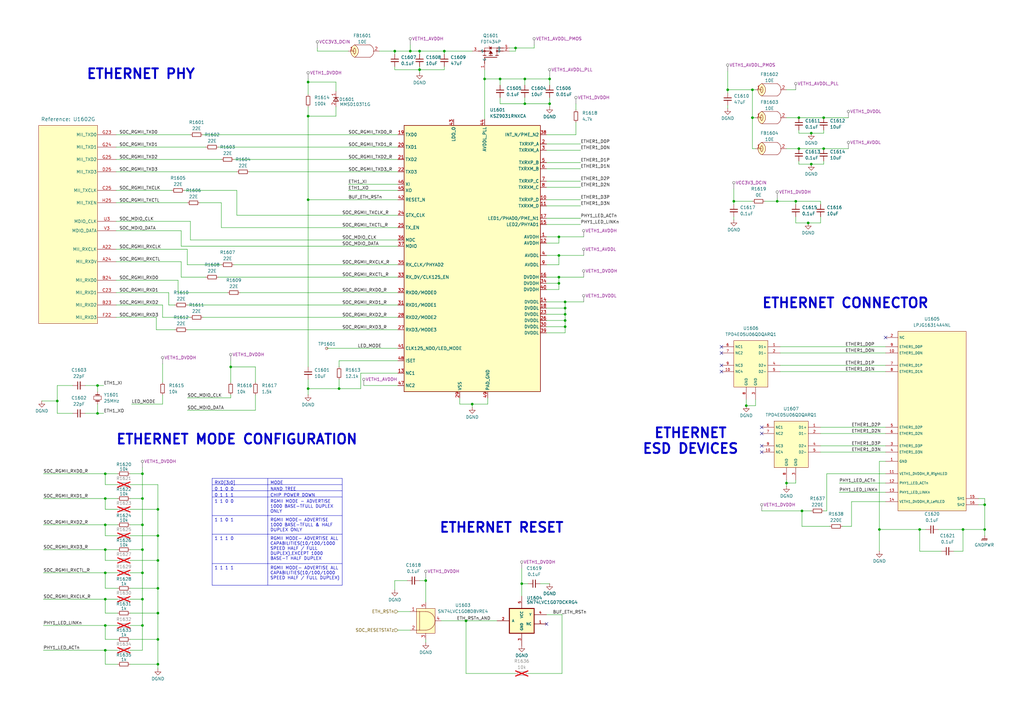
<source format=kicad_sch>
(kicad_sch (version 20250114) (generator "eeschema") (generator_version "9.0")
  (paper "A3")
  (title_block (title "Barre de son (base saine)") (date "2025-05-16") (rev "1.0") (company "NDH"))
  (lib_symbols
    (symbol "Connector:TestPoint_Small" (pin_numbers (hide yes)) (pin_names (offset 0.762) (hide yes))
      (property "Reference" "TP" (at 0 3.81 0))
      (property "Value" "TestPoint_Small" (at 0 2.032 0))
      (symbol "TestPoint_Small_1_1"
        (pin passive line (at 0 0 90) (length 0) (name "1") (number "1"))
      )
    )
    (symbol "Device:C_Small" (pin_numbers (hide yes)) (pin_names (offset 0.254) (hide yes))
      (property "Reference" "C" (at 0.254 1.778 0))
      (property "Value" "C_Small" (at 0.254 -2.032 0))
      (symbol "C_Small_1_1"
        (pin passive line (at 0 2.54 270) (length 2.032) (name "~") (number "1"))
        (pin passive line (at 0 -2.54 90) (length 2.032) (name "~") (number "2"))
      )
    )
    (symbol "Device:Crystal_Small" (pin_numbers (hide yes)) (pin_names (offset 1.016) (hide yes))
      (property "Reference" "Y" (at 0 2.54 0))
      (property "Value" "Crystal_Small" (at 0 -2.54 0))
      (symbol "Crystal_Small_1_1"
        (pin passive line (at -2.54 0 0) (length 1.27) (name "1") (number "1"))
        (pin passive line (at 2.54 0 180) (length 1.27) (name "2") (number "2"))
      )
    )
    (symbol "Device:R_Small" (pin_numbers (hide yes)) (pin_names (offset 0.254) (hide yes))
      (property "Reference" "R" (at 0.762 0.508 0))
      (property "Value" "R_Small" (at 0.762 -1.016 0))
      (symbol "R_Small_1_1"
        (pin passive line (at 0 2.54 270) (length 0.762) (name "~") (number "1"))
        (pin passive line (at 0 -2.54 90) (length 0.762) (name "~") (number "2"))
      )
    )
    (symbol "Libglobal:66AK2G12ABY100" (pin_names (offset 0.254))
      (property "Reference" "U" (at -46.228 -50.8 0) (show_name))
      (symbol "66AK2G12ABY100_1_1"
        (pin bidirectional line (at -68.58 110.49 0) (length 7.62) (name "DDR3_DQS0_P") (number "AD1"))
        (pin bidirectional line (at -68.58 107.95 0) (length 7.62) (name "DDR3_DQS0_N") (number "AE2"))
        (pin bidirectional line (at -68.58 102.87 0) (length 7.62) (name "DDR3_DQS1_P") (number "AD4"))
        (pin bidirectional line (at -68.58 100.33 0) (length 7.62) (name "DDR3_DQS1_N") (number "AE4"))
        (pin bidirectional line (at -68.58 95.25 0) (length 7.62) (name "DDR3_DQS2_P") (number "AE6"))
        (pin bidirectional line (at -68.58 92.71 0) (length 7.62) (name "DDR3_DQS2_N") (number "AD6"))
        (pin bidirectional line (at -68.58 87.63 0) (length 7.62) (name "DDR3_DQS3_P") (number "AE9"))
        (pin bidirectional line (at -68.58 85.09 0) (length 7.62) (name "DDR3_DQS3_N") (number "AD9"))
        (pin bidirectional line (at -68.58 80.01 0) (length 7.62) (name "DDR3_CBDQS_P") (number "AE12"))
        (pin bidirectional line (at -68.58 77.47 0) (length 7.62) (name "DDR3_CBDQS_N") (number "AD12"))
        (pin tri_state line (at -68.58 72.39 0) (length 7.62) (name "DDR3_DQM0") (number "AB4"))
        (pin tri_state line (at -68.58 69.85 0) (length 7.62) (name "DDR3_DQM1") (number "AA5"))
        (pin tri_state line (at -68.58 67.31 0) (length 7.62) (name "DDR3_DQM2") (number "AC8"))
        (pin tri_state line (at -68.58 64.77 0) (length 7.62) (name "DDR3_DQM3") (number "AA9"))
        (pin bidirectional line (at -68.58 58.42 0) (length 7.62) (name "DDR3_CBDQM") (number "Y11"))
        (pin tri_state line (at -68.58 50.8 0) (length 7.62) (name "DDR3_ODT0") (number "AA13"))
        (pin bidirectional line (at -68.58 48.26 0) (length 7.62) (name "DDR3_ODT1") (number "Y12"))
        (pin bidirectional line (at -68.58 41.91 0) (length 7.62) (name "DDR3_CB00") (number "AA11"))
        (pin bidirectional line (at -68.58 39.37 0) (length 7.62) (name "DDR3_CB01") (number "AB11"))
        (pin bidirectional line (at -68.58 36.83 0) (length 7.62) (name "DDR3_CB02") (number "AC11"))
        (pin bidirectional line (at -68.58 34.29 0) (length 7.62) (name "DDR3_CB03") (number "AC12"))
        (pin tri_state line (at -68.58 27.94 0) (length 7.62) (name "DDR3_CKE0") (number "AB18"))
        (pin bidirectional line (at -68.58 25.4 0) (length 7.62) (name "DDR3_CKE1") (number "AC18"))
        (pin tri_state line (at -68.58 19.05 0) (length 7.62) (name "DDR3_CEn0") (number "AD13"))
        (pin bidirectional line (at -68.58 16.51 0) (length 7.62) (name "DDR3_CEn1") (number "AB12"))
        (pin tri_state line (at -68.58 10.16 0) (length 7.62) (name "DDR_CLK_N") (number "AD24"))
        (pin tri_state line (at -68.58 7.62 0) (length 7.62) (name "DDR_CLK_P") (number "AE24"))
        (pin tri_state line (at -68.58 1.27 0) (length 7.62) (name "DDR3_CLKOUT_P0") (number "AE15"))
        (pin tri_state line (at -68.58 -1.27 0) (length 7.62) (name "DDR3_CLKOUT_N0") (number "AD15"))
        (pin tri_state line (at -68.58 -7.62 0) (length 7.62) (name "DDR3_CLKOUT_P1") (number "AE16"))
        (pin tri_state line (at -68.58 -10.16 0) (length 7.62) (name "DDR3_CLKOUT_N1") (number "AD16"))
        (pin unspecified line (at -68.58 -16.51 0) (length 7.62) (name "DDR3_RZQ0") (number "W12"))
        (pin unspecified line (at -68.58 -19.05 0) (length 7.62) (name "DDR3_RZQ1") (number "V9"))
        (pin tri_state line (at -68.58 -25.4 0) (length 7.62) (name "DDR3_CASn") (number "AC13"))
        (pin tri_state line (at -68.58 -27.94 0) (length 7.62) (name "DDR3_RASn") (number "AE13"))
        (pin tri_state line (at -68.58 -34.29 0) (length 7.62) (name "DDR3_WEn") (number "Y13"))
        (pin tri_state line (at -68.58 -40.64 0) (length 7.62) (name "DDR3_RESETn") (number "Y18"))
        (pin tri_state line (at 2.54 110.49 180) (length 7.62) (name "DDR3_A00") (number "AC15"))
        (pin tri_state line (at 2.54 107.95 180) (length 7.62) (name "DDR3_A01") (number "Y15"))
        (pin tri_state line (at 2.54 105.41 180) (length 7.62) (name "DDR3_A02") (number "AC16"))
        (pin tri_state line (at 2.54 102.87 180) (length 7.62) (name "DDR3_A03") (number "AA15"))
        (pin tri_state line (at 2.54 100.33 180) (length 7.62) (name "DDR3_A04") (number "AB16"))
        (pin tri_state line (at 2.54 97.79 180) (length 7.62) (name "DDR3_A05") (number "AE17"))
        (pin tri_state line (at 2.54 95.25 180) (length 7.62) (name "DDR3_A06") (number "AC14"))
        (pin tri_state line (at 2.54 92.71 180) (length 7.62) (name "DDR3_A07") (number "AB15"))
        (pin tri_state line (at 2.54 90.17 180) (length 7.62) (name "DDR3_A08") (number "AC17"))
        (pin tri_state line (at 2.54 87.63 180) (length 7.62) (name "DDR3_A09") (number "AB17"))
        (pin tri_state line (at 2.54 85.09 180) (length 7.62) (name "DDR3_A10") (number "AB14"))
        (pin tri_state line (at 2.54 82.55 180) (length 7.62) (name "DDR3_A11") (number "AA16"))
        (pin tri_state line (at 2.54 80.01 180) (length 7.62) (name "DDR3_A12") (number "AA17"))
        (pin tri_state line (at 2.54 77.47 180) (length 7.62) (name "DDR3_A13") (number "AA12"))
        (pin tri_state line (at 2.54 74.93 180) (length 7.62) (name "DDR3_A14") (number "Y17"))
        (pin tri_state line (at 2.54 72.39 180) (length 7.62) (name "DDR3_A15") (number "Y16"))
        (pin tri_state line (at 2.54 66.04 180) (length 7.62) (name "DDR3_BA0") (number "AA14"))
        (pin tri_state line (at 2.54 62.23 180) (length 7.62) (name "DDR3_BA1") (number "AB13"))
        (pin tri_state line (at 2.54 58.42 180) (length 7.62) (name "DDR3_BA2") (number "AD17"))
        (pin bidirectional line (at 2.54 52.07 180) (length 7.62) (name "DDR3_D00") (number "AD2"))
        (pin bidirectional line (at 2.54 49.53 180) (length 7.62) (name "DDR3_D01") (number "Y4"))
        (pin bidirectional line (at 2.54 46.99 180) (length 7.62) (name "DDR3_D02") (number "AC3"))
        (pin bidirectional line (at 2.54 44.45 180) (length 7.62) (name "DDR3_D03") (number "AC2"))
        (pin bidirectional line (at 2.54 41.91 180) (length 7.62) (name "DDR3_D04") (number "AE3"))
        (pin bidirectional line (at 2.54 39.37 180) (length 7.62) (name "DDR3_D05") (number "AA4"))
        (pin bidirectional line (at 2.54 36.83 180) (length 7.62) (name "DDR3_D06") (number "AD3"))
        (pin bidirectional line (at 2.54 34.29 180) (length 7.62) (name "DDR3_D07") (number "AB3"))
        (pin bidirectional line (at 2.54 29.21 180) (length 7.62) (name "DDR3_D08") (number "AA6"))
        (pin bidirectional line (at 2.54 26.67 180) (length 7.62) (name "DDR3_D09") (number "Y7"))
        (pin bidirectional line (at 2.54 24.13 180) (length 7.62) (name "DDR3_D10") (number "Y6"))
        (pin bidirectional line (at 2.54 21.59 180) (length 7.62) (name "DDR3_D11") (number "AC5"))
        (pin bidirectional line (at 2.54 19.05 180) (length 7.62) (name "DDR3_D12") (number "AB6"))
        (pin bidirectional line (at 2.54 16.51 180) (length 7.62) (name "DDR3_D13") (number "Y5"))
        (pin bidirectional line (at 2.54 13.97 180) (length 7.62) (name "DDR3_D14") (number "AC4"))
        (pin bidirectional line (at 2.54 11.43 180) (length 7.62) (name "DDR3_D15") (number "AB5"))
        (pin bidirectional line (at 2.54 6.35 180) (length 7.62) (name "DDR3_D16") (number "AB7"))
        (pin bidirectional line (at 2.54 3.81 180) (length 7.62) (name "DDR3_D17") (number "AB8"))
        (pin bidirectional line (at 2.54 1.27 180) (length 7.62) (name "DDR3_D18") (number "AC7"))
        (pin bidirectional line (at 2.54 -1.27 180) (length 7.62) (name "DDR3_D19") (number "AA7"))
        (pin bidirectional line (at 2.54 -3.81 180) (length 7.62) (name "DDR3_D20") (number "AA8"))
        (pin bidirectional line (at 2.54 -6.35 180) (length 7.62) (name "DDR3_D21") (number "AC6"))
        (pin bidirectional line (at 2.54 -8.89 180) (length 7.62) (name "DDR3_D22") (number "AE7"))
        (pin bidirectional line (at 2.54 -11.43 180) (length 7.62) (name "DDR3_D23") (number "AD7"))
        (pin bidirectional line (at 2.54 -16.51 180) (length 7.62) (name "DDR3_D24") (number "AA10"))
        (pin bidirectional line (at 2.54 -19.05 180) (length 7.62) (name "DDR3_D25") (number "AE10"))
        (pin bidirectional line (at 2.54 -21.59 180) (length 7.62) (name "DDR3_D26") (number "AD10"))
        (pin bidirectional line (at 2.54 -24.13 180) (length 7.62) (name "DDR3_D27") (number "AC10"))
        (pin bidirectional line (at 2.54 -26.67 180) (length 7.62) (name "DDR3_D28") (number "AC9"))
        (pin bidirectional line (at 2.54 -29.21 180) (length 7.62) (name "DDR3_D29") (number "AB10"))
        (pin bidirectional line (at 2.54 -31.75 180) (length 7.62) (name "DDR3_D30") (number "AB9"))
        (pin bidirectional line (at 2.54 -34.29 180) (length 7.62) (name "DDR3_D31") (number "Y8"))
      )
      (symbol "66AK2G12ABY100_2_1"
        (pin bidirectional line (at -6.35 44.45 180) (length 7.62) (name "DSS_DATA0") (number "V22"))
        (pin bidirectional line (at -6.35 41.91 180) (length 7.62) (name "DSS_DATA1") (number "U21"))
        (pin bidirectional line (at -6.35 39.37 180) (length 7.62) (name "DSS_DATA2") (number "W22"))
        (pin bidirectional line (at -6.35 36.83 180) (length 7.62) (name "DSS_DATA3") (number "V23"))
        (pin bidirectional line (at -6.35 34.29 180) (length 7.62) (name "DSS_DATA4") (number "U23"))
        (pin bidirectional line (at -6.35 31.75 180) (length 7.62) (name "DSS_DATA5") (number "V24"))
        (pin bidirectional line (at -6.35 29.21 180) (length 7.62) (name "DSS_DATA6") (number "T21"))
        (pin bidirectional line (at -6.35 26.67 180) (length 7.62) (name "DSS_DATA7") (number "U22"))
        (pin bidirectional line (at -6.35 24.13 180) (length 7.62) (name "DSS_DATA8") (number "T22"))
        (pin bidirectional line (at -6.35 21.59 180) (length 7.62) (name "DSS_DATA9") (number "R21"))
        (pin bidirectional line (at -6.35 19.05 180) (length 7.62) (name "DSS_DATA10") (number "U24"))
        (pin bidirectional line (at -6.35 16.51 180) (length 7.62) (name "DSS_DATA11") (number "V25"))
        (pin bidirectional line (at -6.35 13.97 180) (length 7.62) (name "DSS_DATA12") (number "T24"))
        (pin bidirectional line (at -6.35 11.43 180) (length 7.62) (name "DSS_DATA13") (number "P21"))
        (pin bidirectional line (at -6.35 8.89 180) (length 7.62) (name "DSS_DATA14") (number "U25"))
        (pin bidirectional line (at -6.35 6.35 180) (length 7.62) (name "DSS_DATA15") (number "R22"))
        (pin bidirectional line (at -6.35 3.81 180) (length 7.62) (name "DSS_DATA16") (number "P23"))
        (pin bidirectional line (at -6.35 1.27 180) (length 7.62) (name "DSS_DATA17") (number "R24"))
        (pin bidirectional line (at -6.35 -1.27 180) (length 7.62) (name "DSS_DATA18") (number "N22"))
        (pin bidirectional line (at -6.35 -3.81 180) (length 7.62) (name "DSS_DATA19") (number "T25"))
        (pin bidirectional line (at -6.35 -6.35 180) (length 7.62) (name "DSS_DATA20") (number "N24"))
        (pin bidirectional line (at -6.35 -8.89 180) (length 7.62) (name "DSS_DATA21") (number "P24"))
        (pin bidirectional line (at -6.35 -11.43 180) (length 7.62) (name "DSS_DATA22") (number "P25"))
        (pin bidirectional line (at -6.35 -13.97 180) (length 7.62) (name "DSS_DATA23") (number "N23"))
        (pin bidirectional line (at -6.35 -20.32 180) (length 7.62) (name "DSS_VSYNC") (number "R25"))
        (pin bidirectional line (at -6.35 -24.13 180) (length 7.62) (name "DSS_HSYNC") (number "P22"))
        (pin bidirectional line (at -6.35 -27.94 180) (length 7.62) (name "DSS_PCLK") (number "N25"))
        (pin bidirectional line (at -6.35 -31.75 180) (length 7.62) (name "DSS_FID") (number "L25"))
        (pin bidirectional line (at -6.35 -35.56 180) (length 7.62) (name "DSS_DE") (number "M25"))
        (pin bidirectional line (at -6.35 -41.91 180) (length 7.62) (name "PR1_MDIO_DATA") (number "E18"))
      )
      (symbol "66AK2G12ABY100_3_1"
        (pin bidirectional line (at 1.27 71.12 180) (length 7.62) (name "PR1_PRU1_GPO0/PR1_PRU1_GPI0/GPIO1_26") (number "A14"))
        (pin bidirectional line (at 1.27 66.04 180) (length 7.62) (name "PR1_PRU1_GPO1/PR1_PRU1_GPI1/GPIO1_27") (number "B14"))
        (pin bidirectional line (at 1.27 60.96 180) (length 7.62) (name "PR1_PRU1_GPO2/PR1_PRU1_GPI2/GPIO1_28") (number "C14"))
        (pin bidirectional line (at 1.27 55.88 180) (length 7.62) (name "PR1_PRU1_GPO3/PR1_PRU1_GPI3/GPIO1_29") (number "E14"))
        (pin bidirectional line (at 1.27 50.8 180) (length 7.62) (name "PR1_PRU1_GPO4/PR1_PRU1_GPI4/GPIO1_30") (number "D14"))
        (pin bidirectional line (at 1.27 45.72 180) (length 7.62) (name "PR1_PRU1_GPO5/PR1_PRU1_GPI5/GPIO1_31") (number "A15"))
        (pin bidirectional line (at 1.27 40.64 180) (length 7.62) (name "PR1_PRU1_GPO6/PR1_PRU1_GPI6/GPIO1_32") (number "F14"))
        (pin bidirectional line (at 1.27 35.56 180) (length 7.62) (name "PR1_PRU1_GPO7/PR1_PRU1_GPI7/GPIO1_33") (number "B15"))
        (pin bidirectional line (at 1.27 30.48 180) (length 7.62) (name "PR1_PRU1_GPO8/PR1_PRU1_GPI8/GPIO1_34") (number "C15"))
        (pin bidirectional line (at 1.27 25.4 180) (length 7.62) (name "PR1_PRU1_GPO15/PR1_PRU1_GPI15/GPIO1_41") (number "C18"))
        (pin bidirectional line (at 1.27 19.05 180) (length 7.62) (name "PR1_PRU1_GPO16/PR1_PRU1_GPI16/GPIO1_42") (number "D16"))
        (pin bidirectional line (at 1.27 8.89 180) (length 7.62) (name "GPMC_BEn1/GPIO0_21") (number "AB24"))
        (pin bidirectional line (at 1.27 3.81 180) (length 7.62) (name "GPMC_CLK/GPIO0_16") (number "AB23"))
        (pin bidirectional line (at 1.27 -5.08 180) (length 7.62) (name "MII_RXER/RMII_RXER/GPIO0_82") (number "F23"))
        (pin bidirectional line (at 1.27 -11.43 180) (length 7.62) (name "MII_COL/GPIO0_83") (number "B25"))
        (pin bidirectional line (at 1.27 -17.78 180) (length 7.62) (name "MII_CRS/RMII_CRS_DV/GPIO0_84") (number "G22"))
        (pin bidirectional line (at 1.27 -29.21 180) (length 7.62) (name "SPI3_SCSn1/PR0_UART0_RXD/GPIO0_87") (number "E25"))
        (pin bidirectional line (at 1.27 -36.83 180) (length 7.62) (name "SPI1_SCSn1/GPIO0_100") (number "N3"))
      )
      (symbol "66AK2G12ABY100_4_1"
        (pin bidirectional line (at -15.24 -25.4 180) (length 7.62) (name "SPI0_SOMI") (number "M1"))
        (pin bidirectional line (at -15.24 -30.48 180) (length 7.62) (name "SPI0_SIMO") (number "N4"))
        (pin bidirectional line (at -15.24 -35.56 180) (length 7.62) (name "SPI0_CLK") (number "M2"))
        (pin bidirectional line (at -15.24 -40.64 180) (length 7.62) (name "SPI0_SCSn0") (number "M3"))
        (pin bidirectional line (at -15.24 -45.72 180) (length 7.62) (name "SPI0_SCSn1") (number "M4"))
      )
      (symbol "66AK2G12ABY100_5_1"
        (pin bidirectional line (at -7.62 31.75 180) (length 7.62) (name "GPMC_AD0") (number "AC21"))
        (pin bidirectional line (at -7.62 29.21 180) (length 7.62) (name "GPMC_AD1") (number "AE20"))
        (pin bidirectional line (at -7.62 26.67 180) (length 7.62) (name "GPMC_AD2") (number "AD22"))
        (pin bidirectional line (at -7.62 24.13 180) (length 7.62) (name "GPMC_AD3") (number "AD20"))
        (pin bidirectional line (at -7.62 21.59 180) (length 7.62) (name "GPMC_AD4") (number "AE21"))
        (pin bidirectional line (at -7.62 19.05 180) (length 7.62) (name "GPMC_AD5") (number "AE22"))
        (pin bidirectional line (at -7.62 16.51 180) (length 7.62) (name "GPMC_AD6") (number "AC20"))
        (pin bidirectional line (at -7.62 13.97 180) (length 7.62) (name "GPMC_AD7") (number "AD21"))
        (pin bidirectional line (at -7.62 11.43 180) (length 7.62) (name "GPMC_AD8") (number "AE23"))
        (pin bidirectional line (at -7.62 8.89 180) (length 7.62) (name "GPMC_AD9") (number "AB20"))
        (pin bidirectional line (at -7.62 6.35 180) (length 7.62) (name "GPMC_AD10") (number "AA20"))
        (pin bidirectional line (at -7.62 3.81 180) (length 7.62) (name "GPMC_AD11") (number "AD23"))
        (pin bidirectional line (at -7.62 1.27 180) (length 7.62) (name "GPMC_AD12") (number "AA21"))
        (pin bidirectional line (at -7.62 -1.27 180) (length 7.62) (name "GPMC_AD13") (number "AB21"))
        (pin bidirectional line (at -7.62 -3.81 180) (length 7.62) (name "GPMC_AD14") (number "AB22"))
        (pin bidirectional line (at -7.62 -6.35 180) (length 7.62) (name "GPMC_AD15") (number "AA22"))
        (pin bidirectional line (at -7.62 -16.51 180) (length 7.62) (name "GPMC_ADVn_ALE") (number "AC23"))
        (pin bidirectional line (at -7.62 -19.05 180) (length 7.62) (name "GPMC_OEn_REn") (number "AC22"))
        (pin bidirectional line (at -7.62 -21.59 180) (length 7.62) (name "GPMC_WEn") (number "Y22"))
        (pin bidirectional line (at -7.62 -24.13 180) (length 7.62) (name "GPMC_BEn0_CLE") (number "AC24"))
        (pin bidirectional line (at -7.62 -26.67 180) (length 7.62) (name "GPMC_WAIT0") (number "Y24"))
        (pin bidirectional line (at -7.62 -36.83 180) (length 7.62) (name "GPMC_WPn") (number "W25"))
        (pin bidirectional line (at -7.62 -43.18 180) (length 7.62) (name "GPMC_CSn0") (number "AB25"))
      )
      (symbol "66AK2G12ABY100_6_1"
        (pin bidirectional line (at -11.43 8.89 180) (length 7.62) (name "MMC1_DAT0") (number "H3"))
        (pin bidirectional line (at -11.43 3.81 180) (length 7.62) (name "MMC1_DAT1") (number "F5"))
        (pin bidirectional line (at -11.43 -1.27 180) (length 7.62) (name "MMC1_DAT2") (number "J5"))
        (pin bidirectional line (at -11.43 -6.35 180) (length 7.62) (name "MMC1_DAT3") (number "H4"))
        (pin bidirectional line (at -11.43 -11.43 180) (length 7.62) (name "MMC1_DAT4") (number "E3"))
        (pin bidirectional line (at -11.43 -13.97 180) (length 7.62) (name "MMC1_DAT5") (number "G4"))
        (pin bidirectional line (at -11.43 -16.51 180) (length 7.62) (name "MMC1_DAT6") (number "F4"))
        (pin bidirectional line (at -11.43 -19.05 180) (length 7.62) (name "MMC1_DAT7") (number "G5"))
        (pin bidirectional line (at -11.43 -24.13 180) (length 7.62) (name "MMC1_CLK") (number "J4"))
        (pin bidirectional line (at -11.43 -29.21 180) (length 7.62) (name "MMC1_CMD") (number "J2"))
        (pin bidirectional line (at -11.43 -34.29 180) (length 7.62) (name "MMC1_POW") (number "K2"))
        (pin bidirectional line (at -11.43 -36.83 180) (length 7.62) (name "MMC1_SDCD") (number "J3"))
        (pin bidirectional line (at -11.43 -43.18 180) (length 7.62) (name "MMC1_SDWP") (number "K3"))
      )
      (symbol "66AK2G12ABY100_7_1"
        (pin bidirectional line (at -13.97 29.21 180) (length 7.62) (name "MII_TXD0") (number "G23"))
        (pin bidirectional line (at -13.97 24.13 180) (length 7.62) (name "MII_TXD1") (number "G24"))
        (pin bidirectional line (at -13.97 19.05 180) (length 7.62) (name "MII_TXD2") (number "G25"))
        (pin bidirectional line (at -13.97 13.97 180) (length 7.62) (name "MII_TXD3") (number "D25"))
        (pin bidirectional line (at -13.97 6.35 180) (length 7.62) (name "MII_TXCLK") (number "C25"))
        (pin bidirectional line (at -13.97 1.27 180) (length 7.62) (name "MII_TXEN") (number "H25"))
        (pin bidirectional line (at -13.97 -6.35 180) (length 7.62) (name "MDIO_CLK") (number "U3"))
        (pin bidirectional line (at -13.97 -10.16 180) (length 7.62) (name "MDIO_DATA") (number "V3"))
        (pin bidirectional line (at -13.97 -17.78 180) (length 7.62) (name "MII_RXCLK") (number "A22"))
        (pin bidirectional line (at -13.97 -22.86 180) (length 7.62) (name "MII_RXDV") (number "A24"))
        (pin bidirectional line (at -13.97 -30.48 180) (length 7.62) (name "MII_RXD0") (number "B24"))
        (pin bidirectional line (at -13.97 -35.56 180) (length 7.62) (name "MII_RXD1") (number "C23"))
        (pin bidirectional line (at -13.97 -40.64 180) (length 7.62) (name "MII_RXD2") (number "B23"))
        (pin bidirectional line (at -13.97 -45.72 180) (length 7.62) (name "MII_RXD3") (number "F22"))
      )
      (symbol "66AK2G12ABY100_8_1"
        (pin input line (at -10.16 -5.08 180) (length 7.62) (name "NMIn") (number "W1"))
        (pin input line (at -10.16 -10.16 180) (length 7.62) (name "PORn") (number "AA3"))
        (pin input line (at -10.16 -15.24 180) (length 7.62) (name "LRESETNMIENn") (number "V1"))
        (pin input line (at -10.16 -20.32 180) (length 7.62) (name "LRESETn") (number "V2"))
        (pin input line (at -10.16 -25.4 180) (length 7.62) (name "RESETn") (number "W3"))
        (pin input line (at -10.16 -30.48 180) (length 7.62) (name "RESETFULLn") (number "W2"))
        (pin output line (at -10.16 -38.1 180) (length 7.62) (name "RESETSTATn") (number "Y2"))
        (pin tri_state line (at -10.16 -45.72 180) (length 7.62) (name "BOOTCOMPLETE") (number "Y3"))
      )
      (symbol "66AK2G12ABY100_9_1"
        (pin input line (at -69.85 8.89 0) (length 7.62) (name "AUDOSC_IN") (number "C17"))
        (pin output line (at -69.85 3.81 0) (length 7.62) (name "AUDOSC_OUT") (number "A17"))
        (pin power_in line (at -69.85 -1.27 0) (length 7.62) (name "VSS_OSC_AUDIO") (number "B17"))
        (pin output line (at -69.85 -12.7 0) (length 7.62) (name "USB1_XO") (number "C20"))
        (pin output line (at -69.85 -17.78 0) (length 7.62) (name "USB0_XO") (number "D19"))
        (pin tri_state line (at -69.85 -26.67 0) (length 7.62) (name "OBSPLL_LOCK") (number "N5"))
        (pin output line (at -69.85 -30.48 0) (length 7.62) (name "OBSCLK_P") (number "K1"))
        (pin output line (at -69.85 -34.29 0) (length 7.62) (name "OBSCLK_N") (number "L1"))
        (pin output line (at -69.85 -44.45 0) (length 7.62) (name "RMII_REFCLK/PR0_eCAP0_eCAP_SYNCOUT") (number "D24"))
        (pin input line (at 6.35 8.89 180) (length 7.62) (name "SYSOSC_IN") (number "AC19"))
        (pin output line (at 6.35 3.81 180) (length 7.62) (name "SYSOSC_OUT") (number "AE19"))
        (pin power_in line (at 6.35 -1.27 180) (length 7.62) (name "VSS_OSC_SYS") (number "AD19"))
        (pin input line (at 6.35 -10.16 180) (length 7.62) (name "SYSCLK_P") (number "AD25"))
        (pin input line (at 6.35 -15.24 180) (length 7.62) (name "SYSCLK_N") (number "AC25"))
        (pin input line (at 6.35 -24.13 180) (length 7.62) (name "SYSCLKSEL") (number "R1"))
        (pin tri_state line (at 6.35 -30.48 180) (length 7.62) (name "SYSCLKOUT") (number "M21"))
        (pin input line (at 6.35 -39.37 180) (length 7.62) (name "CPTS_REFCLK_P") (number "K21"))
        (pin input line (at 6.35 -44.45 180) (length 7.62) (name "CPTS_REFCLK_N") (number "L21"))
      )
      (symbol "66AK2G12ABY100_10_1"
        (pin input line (at -17.78 -17.78 180) (length 7.62) (name "TDI") (number "L5"))
        (pin tri_state line (at -17.78 -21.59 180) (length 7.62) (name "TDO") (number "K5"))
        (pin input line (at -17.78 -25.4 180) (length 7.62) (name "TCK") (number "L3"))
        (pin input line (at -17.78 -29.21 180) (length 7.62) (name "TMS") (number "K4"))
        (pin input line (at -17.78 -33.02 180) (length 7.62) (name "TRSTn") (number "L4"))
        (pin bidirectional line (at -17.78 -39.37 180) (length 7.62) (name "EMU00") (number "M22"))
        (pin bidirectional line (at -17.78 -45.72 180) (length 7.62) (name "EMU01") (number "L22"))
      )
      (symbol "66AK2G12ABY100_11_1"
        (pin bidirectional line (at -10.16 5.08 180) (length 7.62) (name "MLBP_DAT_P") (number "K23"))
        (pin bidirectional line (at -10.16 0 180) (length 7.62) (name "MLBP_DAT_N") (number "K22"))
        (pin bidirectional line (at -10.16 -6.35 180) (length 7.62) (name "MLBP_SIG_P") (number "L24"))
        (pin bidirectional line (at -10.16 -11.43 180) (length 7.62) (name "MLBP_SIG_N") (number "M24"))
        (pin input line (at -10.16 -19.05 180) (length 7.62) (name "MLBP_CLK_P") (number "M23"))
        (pin input line (at -10.16 -24.13 180) (length 7.62) (name "MLBP_CLK_N") (number "L23"))
        (pin bidirectional line (at -10.16 -34.29 180) (length 7.62) (name "GPMC_WAIT1") (number "AA24"))
        (pin bidirectional line (at -10.16 -39.37 180) (length 7.62) (name "GPMC_DIR") (number "AA25"))
        (pin bidirectional line (at -10.16 -44.45 180) (length 7.62) (name "GPMC_CSn1") (number "W24"))
      )
      (symbol "66AK2G12ABY100_12_1"
        (pin bidirectional line (at -13.97 -13.97 180) (length 7.62) (name "USB1_DP") (number "B20"))
        (pin bidirectional line (at -13.97 -17.78 180) (length 7.62) (name "USB1_DM") (number "A20"))
        (pin unspecified line (at -13.97 -25.4 180) (length 7.62) (name "USB1_ID") (number "E20"))
        (pin unspecified line (at -13.97 -30.48 180) (length 7.62) (name "USB1_VBUS") (number "A21"))
        (pin tri_state line (at -13.97 -38.1 180) (length 7.62) (name "USB1_DRVVBUS") (number "B21"))
        (pin unspecified line (at -13.97 -45.72 180) (length 7.62) (name "USB1_TXRTUNE_RKELVIN") (number "D20"))
      )
      (symbol "66AK2G12ABY100_13_1"
        (pin bidirectional line (at -16.51 -38.1 180) (length 7.62) (name "I2C0_SCL") (number "U5"))
        (pin bidirectional line (at -16.51 -45.72 180) (length 7.62) (name "I2C0_SDA") (number "W5"))
      )
      (symbol "66AK2G12ABY100_14_1"
        (pin bidirectional line (at -7.62 -7.62 180) (length 7.62) (name "QSPI_D0") (number "J23"))
        (pin bidirectional line (at -7.62 -11.43 180) (length 7.62) (name "QSPI_D1") (number "J22"))
        (pin bidirectional line (at -7.62 -15.24 180) (length 7.62) (name "QSPI_D2") (number "J21"))
        (pin bidirectional line (at -7.62 -19.05 180) (length 7.62) (name "QSPI_D3") (number "J24"))
        (pin bidirectional line (at -7.62 -25.4 180) (length 7.62) (name "QSPI_CSn0") (number "J25"))
        (pin bidirectional line (at -7.62 -31.75 180) (length 7.62) (name "QSPI_CLK") (number "K25"))
        (pin bidirectional line (at -7.62 -38.1 180) (length 7.62) (name "QSPI_RCLK") (number "K24"))
        (pin bidirectional line (at -7.62 -45.72 180) (length 7.62) (name "QSPI_CSn1") (number "H23"))
      )
      (symbol "66AK2G12ABY100_15_1"
        (pin tri_state line (at -15.24 -34.29 180) (length 7.62) (name "UART0_TXD") (number "T1"))
        (pin input line (at -15.24 -38.1 180) (length 7.62) (name "UART0_RXD") (number "T4"))
        (pin bidirectional line (at -15.24 -41.91 180) (length 7.62) (name "UART0_CTSn") (number "T2"))
        (pin bidirectional line (at -15.24 -45.72 180) (length 7.62) (name "UART0_RTSn") (number "U1"))
      )
      (symbol "66AK2G12ABY100_16_1"
        (pin output line (at -13.97 -6.35 180) (length 7.62) (name "PCIE_TXP0") (number "G1"))
        (pin output line (at -13.97 -11.43 180) (length 7.62) (name "PCIE_TXN0") (number "H1"))
        (pin input line (at -13.97 -19.05 180) (length 7.62) (name "PCIE_RXP0") (number "E1"))
        (pin input line (at -13.97 -24.13 180) (length 7.62) (name "PCIE_RXN0") (number "D1"))
        (pin input line (at -13.97 -31.75 180) (length 7.62) (name "PCIE_CLK_P") (number "G2"))
        (pin input line (at -13.97 -35.56 180) (length 7.62) (name "PCIE_CLK_N") (number "F2"))
        (pin unspecified line (at -13.97 -43.18 180) (length 7.62) (name "PCIE_REFRES") (number "H7"))
      )
      (symbol "66AK2G12ABY100_17_1"
        (pin bidirectional line (at -8.89 -30.48 180) (length 7.62) (name "DCAN0_TX") (number "P5"))
        (pin bidirectional line (at -8.89 -35.56 180) (length 7.62) (name "DCAN0_RX") (number "R5"))
        (pin bidirectional line (at -8.89 -43.18 180) (length 7.62) (name "QSPI_CSn2") (number "H22"))
        (pin bidirectional line (at -8.89 -46.99 180) (length 7.62) (name "QSPI_CSn3") (number "H21"))
      )
      (symbol "66AK2G12ABY100_18_1"
        (pin bidirectional line (at -6.35 3.81 180) (length 7.62) (name "eHRPWM3_A") (number "A23"))
        (pin bidirectional line (at -6.35 0 180) (length 7.62) (name "eHRPWM3_B") (number "B22"))
        (pin bidirectional line (at -6.35 -3.81 180) (length 7.62) (name "MII_TXER") (number "H24"))
        (pin bidirectional line (at -6.35 -7.62 180) (length 7.62) (name "eHRPWM3_SYNCO") (number "D23"))
        (pin bidirectional line (at -6.35 -11.43 180) (length 7.62) (name "eHRPWM3_SYNCI") (number "C22"))
        (pin bidirectional line (at -6.35 -17.78 180) (length 7.62) (name "PR1_PRU0_GPO18") (number "D12"))
        (pin bidirectional line (at -6.35 -21.59 180) (length 7.62) (name "PR1_PRU0_GPO19") (number "D13"))
        (pin bidirectional line (at -6.35 -25.4 180) (length 7.62) (name "PR1_PRU0_GPO17") (number "E13"))
        (pin bidirectional line (at -6.35 -31.75 180) (length 7.62) (name "PR1_PRU1_GPO18") (number "E17"))
        (pin bidirectional line (at -6.35 -35.56 180) (length 7.62) (name "PR1_PRU1_GPO19") (number "E16"))
        (pin bidirectional line (at -6.35 -39.37 180) (length 7.62) (name "PR1_PRU1_GPO17") (number "F16"))
        (pin bidirectional line (at -6.35 -45.72 180) (length 7.62) (name "PR1_MDIO_MDCLK") (number "D18"))
      )
      (symbol "66AK2G12ABY100_19_1"
        (pin unspecified line (at -8.89 -3.81 180) (length 7.62) (name "RSV1") (number "AA19"))
        (pin input line (at -8.89 -7.62 180) (length 7.62) (name "RSV2") (number "AB19"))
        (pin unspecified line (at -8.89 -11.43 180) (length 7.62) (name "RSV3") (number "Y20"))
        (pin unspecified line (at -8.89 -15.24 180) (length 7.62) (name "RSV4") (number "W19"))
        (pin unspecified line (at -8.89 -19.05 180) (length 7.62) (name "RSV5") (number "D2"))
        (pin input line (at -8.89 -22.86 180) (length 7.62) (name "RSV6") (number "L2"))
        (pin unspecified line (at -8.89 -26.67 180) (length 7.62) (name "RSV7") (number "G3"))
        (pin unspecified line (at -8.89 -30.48 180) (length 7.62) (name "RSV8") (number "F18"))
        (pin unspecified line (at -8.89 -34.29 180) (length 7.62) (name "RSV9") (number "H2"))
        (pin tri_state line (at -8.89 -38.1 180) (length 7.62) (name "RSV10") (number "AA18"))
        (pin tri_state line (at -8.89 -41.91 180) (length 7.62) (name "RSV11") (number "Y19"))
        (pin unspecified line (at -8.89 -45.72 180) (length 7.62) (name "RSV12") (number "Y14"))
      )
      (symbol "66AK2G12ABY100_20_1"
        (pin power_in line (at -57.15 46.99 0) (length 7.62) (name "CVDD") (number "N14"))
        (pin power_in line (at -57.15 43.18 0) (length 7.62) (name "CVDD") (number "N12"))
        (pin power_in line (at -57.15 39.37 0) (length 7.62) (name "CVDD") (number "N10"))
        (pin power_in line (at -57.15 35.56 0) (length 7.62) (name "CVDD") (number "M17"))
        (pin power_in line (at -57.15 31.75 0) (length 7.62) (name "CVDD") (number "M15"))
        (pin power_in line (at -57.15 27.94 0) (length 7.62) (name "CVDD") (number "M13"))
        (pin power_in line (at -57.15 24.13 0) (length 7.62) (name "CVDD") (number "M11"))
        (pin power_in line (at -57.15 20.32 0) (length 7.62) (name "CVDD") (number "M9"))
        (pin power_in line (at -57.15 16.51 0) (length 7.62) (name "CVDD") (number "L18"))
        (pin power_in line (at -57.15 12.7 0) (length 7.62) (name "CVDD") (number "L16"))
        (pin power_in line (at -57.15 8.89 0) (length 7.62) (name "CVDD") (number "L14"))
        (pin power_in line (at -57.15 5.08 0) (length 7.62) (name "CVDD") (number "L12"))
        (pin power_in line (at -57.15 1.27 0) (length 7.62) (name "CVDD") (number "L10"))
        (pin power_in line (at -57.15 -2.54 0) (length 7.62) (name "CVDD") (number "K17"))
        (pin power_in line (at -57.15 -6.35 0) (length 7.62) (name "CVDD") (number "K15"))
        (pin power_in line (at -57.15 -10.16 0) (length 7.62) (name "CVDD") (number "K13"))
        (pin power_in line (at -57.15 -13.97 0) (length 7.62) (name "CVDD") (number "K11"))
        (pin power_in line (at -57.15 -17.78 0) (length 7.62) (name "CVDD") (number "K9"))
        (pin power_in line (at -57.15 -21.59 0) (length 7.62) (name "CVDD") (number "J16"))
        (pin power_in line (at -57.15 -29.21 0) (length 7.62) (name "CVDD1") (number "T13"))
        (pin power_in line (at -57.15 -33.02 0) (length 7.62) (name "CVDD1") (number "N18"))
        (pin power_in line (at -57.15 -36.83 0) (length 7.62) (name "CVDD1") (number "N8"))
        (pin power_in line (at -57.15 -40.64 0) (length 7.62) (name "CVDD1") (number "J12"))
        (pin power_in line (at -57.15 -44.45 0) (length 7.62) (name "CVDD1") (number "M5"))
        (pin power_in line (at -6.35 46.99 180) (length 7.62) (name "CVDD") (number "N16"))
        (pin power_in line (at -6.35 43.18 180) (length 7.62) (name "CVDD") (number "P9"))
        (pin power_in line (at -6.35 39.37 180) (length 7.62) (name "CVDD") (number "P11"))
        (pin power_in line (at -6.35 35.56 180) (length 7.62) (name "CVDD") (number "P13"))
        (pin power_in line (at -6.35 31.75 180) (length 7.62) (name "CVDD") (number "P15"))
        (pin power_in line (at -6.35 27.94 180) (length 7.62) (name "CVDD") (number "P17"))
        (pin power_in line (at -6.35 24.13 180) (length 7.62) (name "CVDD") (number "R8"))
        (pin power_in line (at -6.35 20.32 180) (length 7.62) (name "CVDD") (number "R10"))
        (pin power_in line (at -6.35 16.51 180) (length 7.62) (name "CVDD") (number "R12"))
        (pin power_in line (at -6.35 12.7 180) (length 7.62) (name "CVDD") (number "R14"))
        (pin power_in line (at -6.35 8.89 180) (length 7.62) (name "CVDD") (number "R16"))
        (pin power_in line (at -6.35 5.08 180) (length 7.62) (name "CVDD") (number "R18"))
        (pin power_in line (at -6.35 1.27 180) (length 7.62) (name "CVDD") (number "T9"))
        (pin power_in line (at -6.35 -2.54 180) (length 7.62) (name "CVDD") (number "T11"))
        (pin power_in line (at -6.35 -6.35 180) (length 7.62) (name "CVDD") (number "T15"))
        (pin power_in line (at -6.35 -10.16 180) (length 7.62) (name "CVDD") (number "T17"))
        (pin power_in line (at -6.35 -13.97 180) (length 7.62) (name "CVDD") (number "U16"))
        (pin power_in line (at -6.35 -17.78 180) (length 7.62) (name "CVDD") (number "J10"))
        (pin power_in line (at -6.35 -21.59 180) (length 7.62) (name "CVDD") (number "J14"))
      )
      (symbol "66AK2G12ABY100_21_1"
        (pin power_in line (at -2.54 50.8 180) (length 7.62) (name "DVDD33") (number "H9"))
        (pin power_in line (at -2.54 46.99 180) (length 7.62) (name "DVDD33") (number "AA23"))
        (pin power_in line (at -2.54 43.18 180) (length 7.62) (name "DVDD33") (number "E23"))
        (pin power_in line (at -2.54 39.37 180) (length 7.62) (name "DVDD33") (number "F21"))
        (pin power_in line (at -2.54 35.56 180) (length 7.62) (name "DVDD33") (number "G20"))
        (pin power_in line (at -2.54 31.75 180) (length 7.62) (name "DVDD33") (number "J20"))
        (pin power_in line (at -2.54 27.94 180) (length 7.62) (name "DVDD33") (number "P19"))
        (pin power_in line (at -2.54 24.13 180) (length 7.62) (name "DVDD33") (number "R20"))
        (pin power_in line (at -2.54 20.32 180) (length 7.62) (name "DVDD33") (number "T19"))
        (pin power_in line (at -2.54 16.51 180) (length 7.62) (name "DVDD33") (number "U20"))
        (pin power_in line (at -2.54 12.7 180) (length 7.62) (name "DVDD33") (number "V21"))
        (pin power_in line (at -2.54 8.89 180) (length 7.62) (name "DVDD33") (number "F7"))
        (pin power_in line (at -2.54 5.08 180) (length 7.62) (name "DVDD33") (number "F11"))
        (pin power_in line (at -2.54 1.27 180) (length 7.62) (name "DVDD33") (number "F15"))
        (pin power_in line (at -2.54 -2.54 180) (length 7.62) (name "DVDD33") (number "G12"))
        (pin power_in line (at -2.54 -6.35 180) (length 7.62) (name "DVDD33") (number "G16"))
        (pin power_in line (at -2.54 -10.16 180) (length 7.62) (name "DVDD33") (number "H11"))
        (pin power_in line (at -2.54 -13.97 180) (length 7.62) (name "DVDD33") (number "H13"))
        (pin power_in line (at -2.54 -17.78 180) (length 7.62) (name "DVDD33") (number "H15"))
        (pin power_in line (at -2.54 -21.59 180) (length 7.62) (name "DVDD33") (number "P7"))
        (pin power_in line (at -2.54 -25.4 180) (length 7.62) (name "DVDD33") (number "R6"))
        (pin power_in line (at -2.54 -29.21 180) (length 7.62) (name "DVDD33") (number "T23"))
        (pin power_in line (at -2.54 -33.02 180) (length 7.62) (name "DVDD33") (number "T7"))
        (pin power_in line (at -2.54 -40.64 180) (length 7.62) (name "DVDD33_USB") (number "H17"))
        (pin power_in line (at -2.54 -43.18 180) (length 7.62) (name "DVDD33_USB") (number "G18"))
      )
      (symbol "66AK2G12ABY100_22_1"
        (pin power_in line (at -67.31 15.24 0) (length 7.62) (name "DVDD18") (number "F17"))
        (pin power_in line (at -67.31 12.7 0) (length 7.62) (name "DVDD18") (number "L20"))
        (pin power_in line (at -67.31 10.16 0) (length 7.62) (name "DVDD18") (number "K19"))
        (pin power_in line (at -67.31 7.62 0) (length 7.62) (name "DVDD18") (number "M7"))
        (pin power_in line (at -67.31 5.08 0) (length 7.62) (name "DVDD18") (number "L6"))
        (pin power_in line (at -67.31 2.54 0) (length 7.62) (name "DVDD18") (number "W6"))
        (pin power_in line (at -67.31 0 0) (length 7.62) (name "DVDD18") (number "U6"))
        (pin power_in line (at -67.31 -2.54 0) (length 7.62) (name "DVDD18") (number "U18"))
        (pin power_in line (at -67.31 -5.08 0) (length 7.62) (name "DVDD18") (number "V19"))
        (pin power_in line (at -67.31 -7.62 0) (length 7.62) (name "DVDD18") (number "J6"))
        (pin power_in line (at -67.31 -10.16 0) (length 7.62) (name "DVDD18") (number "H5"))
        (pin power_in line (at -67.31 -13.97 0) (length 7.62) (name "DVDD18") (number "G6"))
        (pin power_in line (at -67.31 -16.51 0) (length 7.62) (name "DVDD18") (number "F19"))
        (pin power_in line (at 1.27 15.24 180) (length 7.62) (name "DVDD_DDR") (number "AD5"))
        (pin power_in line (at 1.27 12.7 180) (length 7.62) (name "DVDD_DDR") (number "AD11"))
        (pin power_in line (at 1.27 10.16 180) (length 7.62) (name "DVDD_DDR") (number "AD18"))
        (pin power_in line (at 1.27 7.62 180) (length 7.62) (name "DVDD_DDR") (number "U8"))
        (pin power_in line (at 1.27 5.08 180) (length 7.62) (name "DVDD_DDR") (number "U10"))
        (pin power_in line (at 1.27 2.54 180) (length 7.62) (name "DVDD_DDR") (number "U12"))
        (pin power_in line (at 1.27 0 180) (length 7.62) (name "DVDD_DDR") (number "U14"))
        (pin power_in line (at 1.27 -2.54 180) (length 7.62) (name "DVDD_DDR") (number "V7"))
        (pin power_in line (at 1.27 -5.08 180) (length 7.62) (name "DVDD_DDR") (number "V11"))
        (pin power_in line (at 1.27 -7.62 180) (length 7.62) (name "DVDD_DDR") (number "V13"))
        (pin power_in line (at 1.27 -10.16 180) (length 7.62) (name "DVDD_DDR") (number "V15"))
        (pin power_in line (at 1.27 -12.7 180) (length 7.62) (name "DVDD_DDR") (number "V17"))
        (pin power_in line (at 1.27 -15.24 180) (length 7.62) (name "DVDD_DDR") (number "W16"))
        (pin power_in line (at 1.27 -17.78 180) (length 7.62) (name "DVDD_DDR") (number "W18"))
        (pin power_in line (at 1.27 -20.32 180) (length 7.62) (name "DVDD_DDR") (number "AE8"))
        (pin power_in line (at 1.27 -22.86 180) (length 7.62) (name "DVDD_DDR") (number "AE14"))
        (pin unspecified line (at 1.27 -33.02 180) (length 7.62) (name "DDR3_VREFSSTL") (number "Y9"))
      )
      (symbol "66AK2G12ABY100_23_1"
        (pin power_in line (at -8.89 21.59 180) (length 7.62) (name "DVDD_DDRDLL") (number "W8"))
        (pin power_in line (at -8.89 19.05 180) (length 7.62) (name "DVDD_DDRDLL") (number "W10"))
        (pin power_in line (at -8.89 16.51 180) (length 7.62) (name "DVDD_DDRDLL") (number "W14"))
        (pin power_in line (at -8.89 10.16 180) (length 7.62) (name "AVDDA_DDRPLL") (number "W20"))
        (pin power_in line (at -8.89 6.35 180) (length 7.62) (name "AVDDA_DSSPLL") (number "N20"))
        (pin power_in line (at -8.89 2.54 180) (length 7.62) (name "AVDDA_MAINPLL") (number "M19"))
        (pin power_in line (at -8.89 -1.27 180) (length 7.62) (name "AVDDA_NSSPLL") (number "G14"))
        (pin power_in line (at -8.89 -5.08 180) (length 7.62) (name "AVDDA_UARTPLL") (number "G10"))
        (pin power_in line (at -8.89 -8.89 180) (length 7.62) (name "AVDDA_ICSSPLL") (number "G8"))
        (pin power_in line (at -8.89 -12.7 180) (length 7.62) (name "AVDDA_ARMPLL") (number "N6"))
        (pin power_in line (at -8.89 -20.32 180) (length 7.62) (name "VDDAHV") (number "K7"))
        (pin unspecified line (at -8.89 -26.67 180) (length 7.62) (name "LDO_PCIE_CAP") (number "J8"))
        (pin unspecified line (at -8.89 -29.21 180) (length 7.62) (name "LDO_PCIE_CAP") (number "L8"))
        (pin unspecified line (at -8.89 -35.56 180) (length 7.62) (name "LDO_USB_CAP") (number "J18"))
        (pin unspecified line (at -8.89 -38.1 180) (length 7.62) (name "LDO_USB_CAP") (number "H19"))
        (pin power_in line (at -8.89 -44.45 180) (length 7.62) (name "VPP1") (number "Y21"))
        (pin power_in line (at -8.89 -46.99 180) (length 7.62) (name "VPP2") (number "W21"))
      )
      (symbol "66AK2G12ABY100_24_1"
        (pin power_in line (at -20.32 73.66 0) (length 7.62) (name "VSS") (number "A1"))
        (pin power_in line (at -20.32 71.12 0) (length 7.62) (name "VSS") (number "A25"))
        (pin power_in line (at -20.32 68.58 0) (length 7.62) (name "VSS") (number "C1"))
        (pin power_in line (at -20.32 66.04 0) (length 7.62) (name "VSS") (number "E2"))
        (pin power_in line (at -20.32 63.5 0) (length 7.62) (name "VSS") (number "E22"))
        (pin power_in line (at -20.32 60.96 0) (length 7.62) (name "VSS") (number "F1"))
        (pin power_in line (at -20.32 58.42 0) (length 7.62) (name "VSS") (number "F3"))
        (pin power_in line (at -20.32 55.88 0) (length 7.62) (name "VSS") (number "F6"))
        (pin power_in line (at -20.32 53.34 0) (length 7.62) (name "VSS") (number "F8"))
        (pin power_in line (at -20.32 50.8 0) (length 7.62) (name "VSS") (number "F20"))
        (pin power_in line (at -20.32 48.26 0) (length 7.62) (name "VSS") (number "G7"))
        (pin power_in line (at -20.32 45.72 0) (length 7.62) (name "VSS") (number "G9"))
        (pin power_in line (at -20.32 43.18 0) (length 7.62) (name "VSS") (number "G11"))
        (pin power_in line (at -20.32 40.64 0) (length 7.62) (name "VSS") (number "G13"))
        (pin power_in line (at -20.32 38.1 0) (length 7.62) (name "VSS") (number "G15"))
        (pin power_in line (at -20.32 35.56 0) (length 7.62) (name "VSS") (number "G17"))
        (pin power_in line (at -20.32 33.02 0) (length 7.62) (name "VSS") (number "G19"))
        (pin power_in line (at -20.32 30.48 0) (length 7.62) (name "VSS") (number "G21"))
        (pin power_in line (at -20.32 27.94 0) (length 7.62) (name "VSS") (number "H6"))
        (pin power_in line (at -20.32 25.4 0) (length 7.62) (name "VSS") (number "H8"))
        (pin power_in line (at -20.32 22.86 0) (length 7.62) (name "VSS") (number "H10"))
        (pin power_in line (at -20.32 20.32 0) (length 7.62) (name "VSS") (number "H12"))
        (pin power_in line (at -20.32 17.78 0) (length 7.62) (name "VSS") (number "H14"))
        (pin power_in line (at -20.32 15.24 0) (length 7.62) (name "VSS") (number "H16"))
        (pin power_in line (at -20.32 12.7 0) (length 7.62) (name "VSS") (number "H18"))
        (pin power_in line (at -20.32 10.16 0) (length 7.62) (name "VSS") (number "H20"))
        (pin power_in line (at -20.32 7.62 0) (length 7.62) (name "VSS") (number "J1"))
        (pin power_in line (at -20.32 5.08 0) (length 7.62) (name "VSS") (number "J7"))
        (pin power_in line (at -20.32 2.54 0) (length 7.62) (name "VSS") (number "J9"))
        (pin power_in line (at -20.32 0 0) (length 7.62) (name "VSS") (number "J11"))
        (pin power_in line (at -20.32 -2.54 0) (length 7.62) (name "VSS") (number "J13"))
        (pin power_in line (at -20.32 -5.08 0) (length 7.62) (name "VSS") (number "J15"))
        (pin power_in line (at -20.32 -7.62 0) (length 7.62) (name "VSS") (number "J17"))
        (pin power_in line (at -20.32 -10.16 0) (length 7.62) (name "VSS") (number "J19"))
        (pin power_in line (at -20.32 -12.7 0) (length 7.62) (name "VSS") (number "K6"))
        (pin power_in line (at -20.32 -15.24 0) (length 7.62) (name "VSS") (number "K8"))
        (pin power_in line (at -20.32 -17.78 0) (length 7.62) (name "VSS") (number "K10"))
        (pin power_in line (at -20.32 -20.32 0) (length 7.62) (name "VSS") (number "K12"))
        (pin power_in line (at -20.32 -22.86 0) (length 7.62) (name "VSS") (number "K14"))
        (pin power_in line (at -20.32 -25.4 0) (length 7.62) (name "VSS") (number "K16"))
        (pin power_in line (at -20.32 -27.94 0) (length 7.62) (name "VSS") (number "K18"))
        (pin power_in line (at -20.32 -30.48 0) (length 7.62) (name "VSS") (number "K20"))
        (pin power_in line (at -20.32 -33.02 0) (length 7.62) (name "VSS") (number "L7"))
        (pin power_in line (at -20.32 -35.56 0) (length 7.62) (name "VSS") (number "L9"))
        (pin power_in line (at -20.32 -38.1 0) (length 7.62) (name "VSS") (number "L11"))
        (pin power_in line (at -20.32 -40.64 0) (length 7.62) (name "VSS") (number "L13"))
        (pin power_in line (at -20.32 -43.18 0) (length 7.62) (name "VSS") (number "L15"))
        (pin power_in line (at -20.32 -45.72 0) (length 7.62) (name "VSS") (number "L17"))
        (pin power_in line (at -20.32 -48.26 0) (length 7.62) (name "VSS") (number "L19"))
        (pin power_in line (at -20.32 -50.8 0) (length 7.62) (name "VSS") (number "M6"))
        (pin power_in line (at -20.32 -53.34 0) (length 7.62) (name "VSS") (number "M8"))
        (pin power_in line (at -20.32 -55.88 0) (length 7.62) (name "VSS") (number "M10"))
        (pin power_in line (at -20.32 -58.42 0) (length 7.62) (name "VSS") (number "M12"))
        (pin power_in line (at -20.32 -60.96 0) (length 7.62) (name "VSS") (number "M14"))
        (pin power_in line (at -20.32 -63.5 0) (length 7.62) (name "VSS") (number "M16"))
        (pin power_in line (at -20.32 -66.04 0) (length 7.62) (name "VSS") (number "M18"))
        (pin power_in line (at -20.32 -68.58 0) (length 7.62) (name "VSS") (number "M20"))
        (pin power_in line (at -20.32 -71.12 0) (length 7.62) (name "VSS") (number "N7"))
        (pin power_in line (at -20.32 -73.66 0) (length 7.62) (name "VSS") (number "N9"))
        (pin power_in line (at 21.59 73.66 180) (length 7.62) (name "VSS") (number "N11"))
        (pin power_in line (at 21.59 71.12 180) (length 7.62) (name "VSS") (number "N13"))
        (pin power_in line (at 21.59 68.58 180) (length 7.62) (name "VSS") (number "N15"))
        (pin power_in line (at 21.59 66.04 180) (length 7.62) (name "VSS") (number "N17"))
        (pin power_in line (at 21.59 63.5 180) (length 7.62) (name "VSS") (number "N19"))
        (pin power_in line (at 21.59 60.96 180) (length 7.62) (name "VSS") (number "N21"))
        (pin power_in line (at 21.59 58.42 180) (length 7.62) (name "VSS") (number "P6"))
        (pin power_in line (at 21.59 55.88 180) (length 7.62) (name "VSS") (number "P8"))
        (pin power_in line (at 21.59 53.34 180) (length 7.62) (name "VSS") (number "P10"))
        (pin power_in line (at 21.59 50.8 180) (length 7.62) (name "VSS") (number "P12"))
        (pin power_in line (at 21.59 48.26 180) (length 7.62) (name "VSS") (number "P14"))
        (pin power_in line (at 21.59 45.72 180) (length 7.62) (name "VSS") (number "P16"))
        (pin power_in line (at 21.59 43.18 180) (length 7.62) (name "VSS") (number "P18"))
        (pin power_in line (at 21.59 40.64 180) (length 7.62) (name "VSS") (number "P20"))
        (pin power_in line (at 21.59 38.1 180) (length 7.62) (name "VSS") (number "R7"))
        (pin power_in line (at 21.59 35.56 180) (length 7.62) (name "VSS") (number "R9"))
        (pin power_in line (at 21.59 33.02 180) (length 7.62) (name "VSS") (number "R11"))
        (pin power_in line (at 21.59 30.48 180) (length 7.62) (name "VSS") (number "R13"))
        (pin power_in line (at 21.59 27.94 180) (length 7.62) (name "VSS") (number "R15"))
        (pin power_in line (at 21.59 25.4 180) (length 7.62) (name "VSS") (number "R17"))
        (pin power_in line (at 21.59 22.86 180) (length 7.62) (name "VSS") (number "R19"))
        (pin power_in line (at 21.59 20.32 180) (length 7.62) (name "VSS") (number "R23"))
        (pin power_in line (at 21.59 17.78 180) (length 7.62) (name "VSS") (number "T6"))
        (pin power_in line (at 21.59 15.24 180) (length 7.62) (name "VSS") (number "T8"))
        (pin power_in line (at 21.59 12.7 180) (length 7.62) (name "VSS") (number "T10"))
        (pin power_in line (at 21.59 10.16 180) (length 7.62) (name "VSS") (number "T12"))
        (pin power_in line (at 21.59 7.62 180) (length 7.62) (name "VSS") (number "T14"))
        (pin power_in line (at 21.59 5.08 180) (length 7.62) (name "VSS") (number "T16"))
        (pin power_in line (at 21.59 2.54 180) (length 7.62) (name "VSS") (number "T18"))
        (pin power_in line (at 21.59 0 180) (length 7.62) (name "VSS") (number "T20"))
        (pin power_in line (at 21.59 -2.54 180) (length 7.62) (name "VSS") (number "U7"))
        (pin power_in line (at 21.59 -5.08 180) (length 7.62) (name "VSS") (number "U9"))
        (pin power_in line (at 21.59 -7.62 180) (length 7.62) (name "VSS") (number "U11"))
        (pin power_in line (at 21.59 -10.16 180) (length 7.62) (name "VSS") (number "U13"))
        (pin power_in line (at 21.59 -12.7 180) (length 7.62) (name "VSS") (number "U15"))
        (pin power_in line (at 21.59 -15.24 180) (length 7.62) (name "VSS") (number "U17"))
        (pin power_in line (at 21.59 -17.78 180) (length 7.62) (name "VSS") (number "U19"))
        (pin power_in line (at 21.59 -20.32 180) (length 7.62) (name "VSS") (number "V8"))
        (pin power_in line (at 21.59 -22.86 180) (length 7.62) (name "VSS") (number "V10"))
        (pin power_in line (at 21.59 -25.4 180) (length 7.62) (name "VSS") (number "V12"))
        (pin power_in line (at 21.59 -27.94 180) (length 7.62) (name "VSS") (number "V14"))
        (pin power_in line (at 21.59 -30.48 180) (length 7.62) (name "VSS") (number "V16"))
        (pin power_in line (at 21.59 -33.02 180) (length 7.62) (name "VSS") (number "V18"))
        (pin power_in line (at 21.59 -35.56 180) (length 7.62) (name "VSS") (number "V20"))
        (pin power_in line (at 21.59 -38.1 180) (length 7.62) (name "VSS") (number "W7"))
        (pin power_in line (at 21.59 -40.64 180) (length 7.62) (name "VSS") (number "W9"))
        (pin power_in line (at 21.59 -43.18 180) (length 7.62) (name "VSS") (number "W11"))
        (pin power_in line (at 21.59 -45.72 180) (length 7.62) (name "VSS") (number "W13"))
        (pin power_in line (at 21.59 -48.26 180) (length 7.62) (name "VSS") (number "W15"))
        (pin power_in line (at 21.59 -50.8 180) (length 7.62) (name "VSS") (number "W17"))
        (pin power_in line (at 21.59 -53.34 180) (length 7.62) (name "VSS") (number "Y10"))
        (pin power_in line (at 21.59 -55.88 180) (length 7.62) (name "VSS") (number "Y23"))
        (pin power_in line (at 21.59 -58.42 180) (length 7.62) (name "VSS") (number "AD8"))
        (pin power_in line (at 21.59 -60.96 180) (length 7.62) (name "VSS") (number "AD14"))
        (pin power_in line (at 21.59 -63.5 180) (length 7.62) (name "VSS") (number "AE1"))
        (pin power_in line (at 21.59 -66.04 180) (length 7.62) (name "VSS") (number "AE5"))
        (pin power_in line (at 21.59 -68.58 180) (length 7.62) (name "VSS") (number "AE11"))
        (pin power_in line (at 21.59 -71.12 180) (length 7.62) (name "VSS") (number "AE18"))
        (pin power_in line (at 21.59 -73.66 180) (length 7.62) (name "VSS") (number "AE25"))
      )
      (symbol "66AK2G12ABY100_25_1"
        (pin bidirectional line (at -10.16 -29.21 180) (length 7.62) (name "RSV13") (number "Y1"))
        (pin bidirectional line (at -10.16 -31.75 180) (length 7.62) (name "RSV14") (number "AA1"))
        (pin bidirectional line (at -10.16 -34.29 180) (length 7.62) (name "RSV15") (number "AB1"))
        (pin bidirectional line (at -10.16 -36.83 180) (length 7.62) (name "RSV16") (number "AA2"))
        (pin bidirectional line (at -10.16 -39.37 180) (length 7.62) (name "RSV17") (number "AB2"))
        (pin bidirectional line (at -10.16 -41.91 180) (length 7.62) (name "RSV18") (number "AC1"))
      )
      (symbol "66AK2G12ABY100_26_1"
        (pin bidirectional line (at -11.43 -26.67 180) (length 7.62) (name "SPI1_SOMI") (number "N1"))
        (pin bidirectional line (at -11.43 -31.75 180) (length 7.62) (name "SPI1_SIMO") (number "P2"))
        (pin bidirectional line (at -11.43 -36.83 180) (length 7.62) (name "SPI1_CLK") (number "N2"))
        (pin bidirectional line (at -11.43 -41.91 180) (length 7.62) (name "SPI1_SCSn0") (number "P1"))
      )
      (symbol "66AK2G12ABY100_27_1"
        (pin bidirectional line (at -10.16 -22.86 180) (length 7.62) (name "PR1_PRU0_GPO14") (number "B13"))
        (pin bidirectional line (at -10.16 -25.4 180) (length 7.62) (name "PR1_PRU0_GPO13") (number "A13"))
        (pin bidirectional line (at -10.16 -27.94 180) (length 7.62) (name "PR1_PRU0_GPO12") (number "A11"))
        (pin bidirectional line (at -10.16 -30.48 180) (length 7.62) (name "PR1_PRU0_GPO11") (number "A12"))
        (pin bidirectional line (at -10.16 -35.56 180) (length 7.62) (name "PR1_PRU0_GPO15") (number "F13"))
        (pin bidirectional line (at -10.16 -38.1 180) (length 7.62) (name "PR1_PRU0_GPO16") (number "C13"))
        (pin bidirectional line (at -10.16 -43.18 180) (length 7.62) (name "PR1_PRU0_GPO6") (number "F12"))
      )
      (symbol "66AK2G12ABY100_28_1"
        (pin bidirectional line (at -11.43 -20.32 180) (length 7.62) (name "USB0_DP") (number "A18"))
        (pin bidirectional line (at -11.43 -24.13 180) (length 7.62) (name "USB0_DM") (number "B18"))
        (pin unspecified line (at -11.43 -30.48 180) (length 7.62) (name "USB0_ID") (number "A19"))
        (pin unspecified line (at -11.43 -35.56 180) (length 7.62) (name "USB0_VBUS") (number "B19"))
        (pin tri_state line (at -11.43 -40.64 180) (length 7.62) (name "USB0_DRVVBUS") (number "E19"))
        (pin unspecified line (at -11.43 -46.99 180) (length 7.62) (name "USB0_TXRTUNE_RKELVIN") (number "C19"))
      )
      (symbol "66AK2G12ABY100_29_1"
        (pin bidirectional line (at -16.51 -34.29 180) (length 7.62) (name "UART1_RXD") (number "T3"))
        (pin bidirectional line (at -16.51 -38.1 180) (length 7.62) (name "UART1_TXD") (number "T5"))
        (pin bidirectional line (at -16.51 -41.91 180) (length 7.62) (name "UART1_CTSn") (number "U2"))
        (pin bidirectional line (at -16.51 -45.72 180) (length 7.62) (name "UART1_RTSn") (number "U4"))
      )
      (symbol "66AK2G12ABY100_30_1"
        (pin bidirectional line (at -16.51 -33.02 180) (length 7.62) (name "UART2_RXD") (number "E21"))
        (pin bidirectional line (at -16.51 -36.83 180) (length 7.62) (name "UART2_TXD") (number "D21"))
        (pin bidirectional line (at -16.51 -40.64 180) (length 7.62) (name "UART2_CTSn") (number "D22"))
        (pin bidirectional line (at -16.51 -45.72 180) (length 7.62) (name "UART2_RTSn") (number "C21"))
      )
      (symbol "66AK2G12ABY100_31_1"
        (pin bidirectional line (at -10.16 -44.45 180) (length 7.62) (name "PR0_PRU1_GPO10") (number "C7"))
        (pin bidirectional line (at -8.89 101.6 180) (length 7.62) (name "PR0_PRU1_GPO17") (number "B9"))
        (pin bidirectional line (at -8.89 95.25 180) (length 7.62) (name "PR0_PRU1_GPO18") (number "A9"))
        (pin bidirectional line (at -8.89 88.9 180) (length 7.62) (name "PR0_PRU1_GPO19") (number "B10"))
        (pin bidirectional line (at -8.89 82.55 180) (length 7.62) (name "PR0_MDIO_DATA") (number "A10"))
        (pin bidirectional line (at -8.89 76.2 180) (length 7.62) (name "PR0_MDIO_MDCLK") (number "C10"))
        (pin bidirectional line (at -8.89 69.85 180) (length 7.62) (name "PR1_PRU0_GPO0") (number "E10"))
        (pin bidirectional line (at -8.89 63.5 180) (length 7.62) (name "PR1_PRU0_GPO1") (number "D10"))
        (pin bidirectional line (at -8.89 57.15 180) (length 7.62) (name "PR1_PRU0_GPO2") (number "F10"))
        (pin bidirectional line (at -8.89 50.8 180) (length 7.62) (name "PR1_PRU0_GPO3") (number "C11"))
        (pin bidirectional line (at -8.89 44.45 180) (length 7.62) (name "PR1_PRU0_GPO4") (number "D11"))
        (pin bidirectional line (at -8.89 38.1 180) (length 7.62) (name "PR1_PRU0_GPO5") (number "E11"))
        (pin bidirectional line (at -8.89 31.75 180) (length 7.62) (name "PR1_PRU0_GPO7") (number "E12"))
        (pin bidirectional line (at -8.89 25.4 180) (length 7.62) (name "PR1_PRU0_GPO8") (number "C12"))
        (pin bidirectional line (at -8.89 17.78 180) (length 7.62) (name "PR1_PRU0_GPO9") (number "B11"))
        (pin bidirectional line (at -8.89 10.16 180) (length 7.62) (name "PR1_PRU0_GPO10") (number "B12"))
        (pin bidirectional line (at -8.89 0 180) (length 7.62) (name "PR0_PRU1_GPO13") (number "B8"))
        (pin bidirectional line (at -8.89 -6.35 180) (length 7.62) (name "PR0_PRU1_GPO11") (number "E9"))
        (pin bidirectional line (at -8.89 -12.7 180) (length 7.62) (name "PR0_PRU1_GPO12") (number "A8"))
        (pin bidirectional line (at -8.89 -22.86 180) (length 7.62) (name "PR0_PRU1_GPO16") (number "C9"))
        (pin bidirectional line (at -8.89 -29.21 180) (length 7.62) (name "PR0_PRU1_GPO14") (number "D9"))
        (pin bidirectional line (at -8.89 -35.56 180) (length 7.62) (name "PR0_PRU1_GPO15") (number "C8"))
      )
      (symbol "66AK2G12ABY100_32_1"
        (pin bidirectional line (at -8.89 64.77 180) (length 7.62) (name "PR0_PRU1_GPO0") (number "B5"))
        (pin bidirectional line (at -8.89 58.42 180) (length 7.62) (name "PR0_PRU1_GPO1") (number "B6"))
        (pin bidirectional line (at -8.89 52.07 180) (length 7.62) (name "PR0_PRU1_GPO2") (number "D7"))
        (pin bidirectional line (at -8.89 45.72 180) (length 7.62) (name "PR0_PRU1_GPO3") (number "A6"))
        (pin bidirectional line (at -8.89 39.37 180) (length 7.62) (name "PR0_PRU1_GPO4") (number "C6"))
        (pin bidirectional line (at -8.89 33.02 180) (length 7.62) (name "PR0_PRU1_GPO5") (number "E8"))
        (pin bidirectional line (at -8.89 26.67 180) (length 7.62) (name "PR0_PRU1_GPO6") (number "A7"))
        (pin bidirectional line (at -8.89 20.32 180) (length 7.62) (name "PR0_PRU1_GPO7") (number "D8"))
        (pin bidirectional line (at -8.89 13.97 180) (length 7.62) (name "PR0_PRU1_GPO8") (number "F9"))
        (pin bidirectional line (at -8.89 7.62 180) (length 7.62) (name "PR0_PRU1_GPO9") (number "B7"))
        (pin bidirectional line (at -8.89 -2.54 180) (length 7.62) (name "PR0_PRU0_GPO18") (number "C5"))
        (pin bidirectional line (at -8.89 -8.89 180) (length 7.62) (name "PR0_PRU0_GPO16") (number "D6"))
        (pin bidirectional line (at -8.89 -15.24 180) (length 7.62) (name "PR0_PRU0_GPO17") (number "C4"))
        (pin bidirectional line (at -8.89 -24.13 180) (length 7.62) (name "PR0_PRU0_GPO15") (number "E7"))
        (pin bidirectional line (at -8.89 -30.48 180) (length 7.62) (name "PR0_PRU0_GPO13") (number "B4"))
        (pin bidirectional line (at -8.89 -36.83 180) (length 7.62) (name "PR0_PRU0_GPO14") (number "A4"))
        (pin bidirectional line (at -8.89 -45.72 180) (length 7.62) (name "PR0_PRU0_GPO19") (number "A5"))
      )
      (symbol "66AK2G12ABY100_33_1"
        (pin bidirectional line (at -10.16 41.91 180) (length 7.62) (name "PR0_PRU0_GPO0") (number "D3"))
        (pin bidirectional line (at -10.16 35.56 180) (length 7.62) (name "PR0_PRU0_GPO1") (number "A2"))
        (pin bidirectional line (at -10.16 29.21 180) (length 7.62) (name "PR0_PRU0_GPO2") (number "E4"))
        (pin bidirectional line (at -10.16 22.86 180) (length 7.62) (name "PR0_PRU0_GPO3") (number "B1"))
        (pin bidirectional line (at -10.16 16.51 180) (length 7.62) (name "PR0_PRU0_GPO4") (number "A3"))
        (pin bidirectional line (at -10.16 10.16 180) (length 7.62) (name "PR0_PRU0_GPO5") (number "E5"))
        (pin bidirectional line (at -10.16 1.27 180) (length 7.62) (name "PR0_PRU0_GPO11") (number "D5"))
        (pin bidirectional line (at -10.16 -5.08 180) (length 7.62) (name "PR0_PRU0_GPO12") (number "B3"))
        (pin bidirectional line (at -10.16 -11.43 180) (length 7.62) (name "PR0_PRU0_GPO10") (number "C3"))
        (pin bidirectional line (at -10.16 -20.32 180) (length 7.62) (name "PR0_PRU0_GPO8") (number "E6"))
        (pin bidirectional line (at -10.16 -26.67 180) (length 7.62) (name "PR0_PRU0_GPO6") (number "B2"))
        (pin bidirectional line (at -10.16 -33.02 180) (length 7.62) (name "PR0_PRU0_GPO7") (number "D4"))
        (pin bidirectional line (at -10.16 -44.45 180) (length 7.62) (name "PR0_PRU0_GPO9") (number "C2"))
      )
      (symbol "66AK2G12ABY100_34_1"
        (pin bidirectional line (at -10.16 -15.24 180) (length 7.62) (name "PR1_PRU1_GPO9") (number "D15"))
        (pin bidirectional line (at -10.16 -19.05 180) (length 7.62) (name "PR1_PRU1_GPO10") (number "A16"))
        (pin bidirectional line (at -10.16 -22.86 180) (length 7.62) (name "PR1_PRU1_GPO11") (number "E15"))
        (pin bidirectional line (at -10.16 -26.67 180) (length 7.62) (name "PR1_PRU1_GPO12") (number "B16"))
        (pin bidirectional line (at -10.16 -30.48 180) (length 7.62) (name "PR1_PRU1_GPO13") (number "C16"))
        (pin bidirectional line (at -10.16 -34.29 180) (length 7.62) (name "PR1_PRU1_GPO14") (number "D17"))
        (pin bidirectional line (at -10.16 -41.91 180) (length 7.62) (name "GPMC_CSn2") (number "W23"))
        (pin bidirectional line (at -10.16 -45.72 180) (length 7.62) (name "GPMC_CSn3") (number "Y25"))
      )
      (symbol "66AK2G12ABY100_35_1"
        (pin bidirectional line (at -16.51 -38.1 180) (length 7.62) (name "I2C1_SCL") (number "V6"))
        (pin bidirectional line (at -16.51 -45.72 180) (length 7.62) (name "I2C1_SDA") (number "W4"))
      )
      (symbol "66AK2G12ABY100_36_1"
        (pin bidirectional line (at -17.78 -38.1 180) (length 7.62) (name "I2C2_SDA") (number "V4"))
        (pin bidirectional line (at -17.78 -45.72 180) (length 7.62) (name "I2C2_SCL") (number "V5"))
      )
      (symbol "66AK2G12ABY100_37_1"
        (pin bidirectional line (at -16.51 -25.4 180) (length 7.62) (name "SPI2_SOMI") (number "R4"))
        (pin bidirectional line (at -16.51 -30.48 180) (length 7.62) (name "SPI2_SIMO") (number "R3"))
        (pin bidirectional line (at -16.51 -35.56 180) (length 7.62) (name "SPI2_CLK") (number "R2"))
        (pin bidirectional line (at -16.51 -40.64 180) (length 7.62) (name "SPI2_SCSn0") (number "P3"))
        (pin bidirectional line (at -16.51 -45.72 180) (length 7.62) (name "SPI2_SCSn1") (number "P4"))
      )
      (symbol "66AK2G12ABY100_38_1"
        (pin bidirectional line (at -16.51 -30.48 180) (length 7.62) (name "SPI3_SOMI") (number "F25"))
        (pin bidirectional line (at -16.51 -35.56 180) (length 7.62) (name "SPI3_SIMO") (number "F24"))
        (pin bidirectional line (at -16.51 -40.64 180) (length 7.62) (name "SPI3_CLK") (number "E24"))
        (pin bidirectional line (at -16.51 -45.72 180) (length 7.62) (name "SPI3_SCSn0") (number "C24"))
      )
    )
    (symbol "Libglobal:FDT434P" (pin_names (offset 1.016))
      (property "Reference" "Q" (at 3.811 0 0))
      (property "Value" "FDT434P" (at 3.8111 -2.5407 0))
      (symbol "FDT434P_0_0"
        (pin passive line (at -7.62 2.54 0) (length 2.54) (name "G") (number "1"))
        (pin passive line (at 0 7.62 270) (length 2.54) (name "S") (number "3"))
        (pin passive line (at 1.27 -7.62 90) (length 2.54) (name "D") (number "4"))
      )
      (symbol "FDT434P_1_0"
        (pin passive line (at 0 -7.62 90) (length 2.54) (name "D") (number "2"))
      )
    )
    (symbol "Libglobal:KSZ9031RNXCA"
      (property "Reference" "U" (at -37.084 37.338 0))
      (property "Value" "KSZ9031RNXCA" (at -23.622 34.798 0))
      (symbol "KSZ9031RNXCA_1_1"
        (pin input line (at -33.02 29.21 0) (length 2.54) (name "TXD0") (number "19"))
        (pin input line (at -33.02 24.13 0) (length 2.54) (name "TXD1") (number "20"))
        (pin input line (at -33.02 19.05 0) (length 2.54) (name "TXD2") (number "21"))
        (pin input line (at -33.02 13.97 0) (length 2.54) (name "TXD3") (number "22"))
        (pin input line (at -33.02 8.89 0) (length 2.54) (name "XI") (number "46"))
        (pin input line (at -33.02 6.35 0) (length 2.54) (name "XO") (number "45"))
        (pin input line (at -33.02 2.54 0) (length 2.54) (name "RESET_N") (number "42"))
        (pin input line (at -33.02 -3.81 0) (length 2.54) (name "GTX_CLK") (number "24"))
        (pin input line (at -33.02 -8.89 0) (length 2.54) (name "TX_EN") (number "25"))
        (pin input line (at -33.02 -13.97 0) (length 2.54) (name "MDC") (number "36"))
        (pin input line (at -33.02 -16.51 0) (length 2.54) (name "MDIO") (number "37"))
        (pin input line (at -33.02 -24.13 0) (length 2.54) (name "RX_CLK/PHYAD2") (number "35"))
        (pin input line (at -33.02 -29.21 0) (length 2.54) (name "RX_DV/CLK125_EN") (number "33"))
        (pin input line (at -33.02 -35.56 0) (length 2.54) (name "RXD0/MODE0") (number "32"))
        (pin input line (at -33.02 -40.64 0) (length 2.54) (name "RXD1/MODE1") (number "31"))
        (pin input line (at -33.02 -45.72 0) (length 2.54) (name "RXD2/MODE2") (number "28"))
        (pin input line (at -33.02 -50.8 0) (length 2.54) (name "RXD3/MODE3") (number "27"))
        (pin input line (at -33.02 -58.42 0) (length 2.54) (name "CLK125_NDO/LED_MODE") (number "41"))
        (pin output line (at -33.02 -63.5 0) (length 2.54) (name "ISET") (number "48"))
        (pin input line (at -33.02 -68.58 0) (length 2.54) (name "NC1") (number "13"))
        (pin input line (at -33.02 -73.66 0) (length 2.54) (name "NC2") (number "47"))
        (pin input line (at -10.16 35.56 270) (length 2.54) (name "LDO_O") (number "43"))
        (pin power_in line (at -7.62 -78.74 90) (length 2.54) (name "VSS") (number "29"))
        (pin power_in line (at 2.54 35.56 270) (length 2.54) (name "AVDDL_PLL") (number "44"))
        (pin power_in line (at 3.81 -78.74 90) (length 2.54) (name "PAD_GND") (number "49"))
        (pin input line (at 27.94 29.21 180) (length 2.54) (name "INT_N/PME_N2") (number "38"))
        (pin input line (at 27.94 25.4 180) (length 2.54) (name "TXRXP_A") (number "2"))
        (pin input line (at 27.94 22.86 180) (length 2.54) (name "TXRXM_A") (number "3"))
        (pin input line (at 27.94 17.78 180) (length 2.54) (name "TXRXP_B") (number "5"))
        (pin input line (at 27.94 15.24 180) (length 2.54) (name "TXRXM_B") (number "6"))
        (pin input line (at 27.94 10.16 180) (length 2.54) (name "TXRXP_C") (number "7"))
        (pin input line (at 27.94 7.62 180) (length 2.54) (name "TXRXM_C") (number "8"))
        (pin input line (at 27.94 2.54 180) (length 2.54) (name "TXRXP_D") (number "10"))
        (pin input line (at 27.94 0 180) (length 2.54) (name "TXRXM_D") (number "11"))
        (pin bidirectional line (at 27.94 -5.08 180) (length 2.54) (name "LED1/PHAD0/PME_N1") (number "17"))
        (pin bidirectional line (at 27.94 -7.62 180) (length 2.54) (name "LED2/PHYAD1") (number "15"))
        (pin power_in line (at 27.94 -12.7 180) (length 2.54) (name "AVDDH") (number "1"))
        (pin power_in line (at 27.94 -15.24 180) (length 2.54) (name "AVDDH") (number "12"))
        (pin power_in line (at 27.94 -20.32 180) (length 2.54) (name "AVDDL") (number "4"))
        (pin power_in line (at 27.94 -24.13 180) (length 2.54) (name "AVDDL") (number "9"))
        (pin power_in line (at 27.94 -29.21 180) (length 2.54) (name "DVDDH") (number "16"))
        (pin power_in line (at 27.94 -31.75 180) (length 2.54) (name "DVDDH") (number "34"))
        (pin power_in line (at 27.94 -34.29 180) (length 2.54) (name "DVDDH") (number "40"))
        (pin power_in line (at 27.94 -39.37 180) (length 2.54) (name "DVDDL") (number "14"))
        (pin power_in line (at 27.94 -41.91 180) (length 2.54) (name "DVDDL") (number "18"))
        (pin power_in line (at 27.94 -44.45 180) (length 2.54) (name "DVDDL") (number "23"))
        (pin power_in line (at 27.94 -46.99 180) (length 2.54) (name "DVDDL") (number "26"))
        (pin power_in line (at 27.94 -49.53 180) (length 2.54) (name "DVDDL") (number "30"))
        (pin power_in line (at 27.94 -52.07 180) (length 2.54) (name "DVDDL") (number "39"))
      )
    )
    (symbol "Libglobal:LPJG16314A4NL"
      (property "Reference" "U" (at 0 0 0))
      (property "Value" "LPJG16314A4NL" (at 0 -2.032 0))
      (symbol "LPJG16314A4NL_1_0"
        (pin output line (at -13.97 -6.35 0) (length 5.08) (name "NC") (number "2"))
        (pin output line (at -13.97 -10.16 0) (length 5.08) (name "ETHER1_D0P") (number "9"))
        (pin output line (at -13.97 -12.7 0) (length 5.08) (name "ETHER1_D0N") (number "10"))
        (pin output line (at -13.97 -17.78 0) (length 5.08) (name "ETHER1_D1P") (number "7"))
        (pin output line (at -13.97 -20.32 0) (length 5.08) (name "ETHER1_D1N") (number "8"))
        (pin output line (at -13.97 -43.18 0) (length 5.08) (name "ETHER1_D2P") (number "5"))
        (pin output line (at -13.97 -45.72 0) (length 5.08) (name "ETHER1_D2N") (number "6"))
        (pin output line (at -13.97 -50.8 0) (length 5.08) (name "ETHER1_D3P") (number "3"))
        (pin output line (at -13.97 -53.34 0) (length 5.08) (name "ETHER1_D3N") (number "4"))
        (pin output line (at -13.97 -57.15 0) (length 5.08) (name "GND") (number "1"))
        (pin output line (at -13.97 -62.23 0) (length 5.08) (name "VETH1_DVDDH_R_RightLED") (number "11"))
        (pin output line (at -13.97 -66.04 0) (length 5.08) (name "PHY1_LED_ACTn") (number "12"))
        (pin output line (at -13.97 -69.85 0) (length 5.08) (name "PHY1_LED_LINKn") (number "13"))
        (pin output line (at -13.97 -73.66 0) (length 5.08) (name "VETH1_DVDDH_R_LeftLED") (number "14"))
        (pin output line (at 24.13 -72.39 180) (length 5.08) (name "SH1") (number "15"))
        (pin output line (at 24.13 -74.93 180) (length 5.08) (name "SH2") (number "16"))
      )
    )
    (symbol "Libglobal:MMSD103T1G" (pin_names (hide yes))
      (property "Reference" "D" (at 0.508 14.478 0))
      (property "Value" "MMSD103T1G" (at 0.508 12.7 0))
      (symbol "MMSD103T1G_1_1"
        (pin passive line (at 3.81 8.89 0) (length 2.54) (name "K") (number "1"))
        (pin passive line (at 10.16 8.89 180) (length 2.54) (name "A") (number "2"))
      )
    )
    (symbol "Libglobal:MPZ1005S121CT000"
      (property "Reference" "FB" (at 0 0 0))
      (symbol "MPZ1005S121CT000_1_1"
        (pin input line (at -6.35 -3.81 0) (length 2.54) (name "") (number "1"))
        (pin output line (at 6.35 -3.81 180) (length 2.54) (name "") (number "2"))
      )
    )
    (symbol "Libglobal:SN74LVC1G07DCKRG4" (pin_names (offset 1.016))
      (property "Reference" "U" (at -22.352 11.176 0))
      (property "Value" "SN74LVC1G07DCKRG4" (at -27.178 8.89 0))
      (symbol "SN74LVC1G07DCKRG4_0_0"
        (pin input line (at -11.43 2.54 0) (length 5.08) (name "A") (number "2"))
        (pin power_in line (at -1.27 12.7 270) (length 5.08) (name "VCC") (number "5"))
        (pin power_in line (at -1.27 -7.62 90) (length 5.08) (name "GND") (number "3"))
        (pin output line (at 8.89 5.08 180) (length 5.08) (name "Y") (number "4"))
      )
      (symbol "SN74LVC1G07DCKRG4_1_0"
        (pin output line (at 8.89 1.27 180) (length 5.08) (name "NC") (number "1"))
      )
    )
    (symbol "Libglobal:SN74LVC1G08DBVRE4"
      (property "Reference" "U" (at 5.08 -2.54 0))
      (property "Value" "SN74LVC1G08DBVRE4" (at 21.844 -15.24 0))
      (symbol "SN74LVC1G08DBVRE4_1_1"
        (pin input line (at 2.54 -5.08 0) (length 2.54) (name "") (number "1"))
        (pin input line (at 2.54 -12.7 0) (length 2.54) (name "") (number "2"))
        (pin input line (at 8.89 -1.27 270) (length 2.54) (name "") (number "5"))
        (pin input line (at 8.89 -16.51 90) (length 2.54) (name "") (number "3"))
        (pin input line (at 15.24 -8.89 180) (length 2.54) (name "") (number "4"))
      )
    )
    (symbol "Libglobal:TPD4E05U06QDQARQ1"
      (property "Reference" "U" (at 3.556 0.508 0))
      (property "Value" "TPD4E05U06QDQARQ1" (at 3.302 -1.016 0))
      (symbol "TPD4E05U06QDQARQ1_1_0"
        (pin output line (at -8.89 -5.08 0) (length 5.08) (name "NC1") (number "6"))
        (pin output line (at -8.89 -7.62 0) (length 5.08) (name "NC2") (number "7"))
        (pin output line (at -8.89 -12.7 0) (length 5.08) (name "NC3") (number "9"))
        (pin output line (at -8.89 -15.24 0) (length 5.08) (name "NC4") (number "10"))
        (pin output line (at 1.27 -26.67 90) (length 5.08) (name "GND") (number "8"))
        (pin output line (at 5.08 -26.67 90) (length 5.08) (name "GND") (number "3"))
        (pin output line (at 15.24 -5.08 180) (length 5.08) (name "D1+") (number "1"))
        (pin output line (at 15.24 -7.62 180) (length 5.08) (name "D1-") (number "2"))
        (pin output line (at 15.24 -12.7 180) (length 5.08) (name "D2+") (number "4"))
        (pin output line (at 15.24 -15.24 180) (length 5.08) (name "D2-") (number "5"))
      )
    )
    (symbol "power:GND" (power) (pin_numbers (hide yes)) (pin_names (offset 0) (hide yes))
      (property "Value" "GND" (at 0 -3.81 0))
      (symbol "GND_1_1"
        (pin power_in line (at 0 0 270) (length 0) (name "~") (number "1"))
      )
    )
    (symbol "power:GNDPWR" (power) (pin_numbers (hide yes)) (pin_names (offset 0) (hide yes))
      (property "Value" "GNDPWR" (at 0 -3.302 0))
      (symbol "GNDPWR_1_1"
        (pin power_in line (at 0 0 270) (length 0) (name "~") (number "1"))
      )
    )
  )
  (text "ETHERNET PHY\n" (at 57.785 30.48 0) (effects (font (size 4 4) (thickness 0.8) (bold yes))))
  (text "ETHERNET\nESD DEVICES\n" (at 283.21 180.975 0) (effects (font (size 4 4) (thickness 0.8) (bold yes))))
  (text "ETHERNET MODE CONFIGURATION\n" (at 97.155 180.34 0) (effects (font (size 4 4) (thickness 0.8) (bold yes))))
  (text "ETHERNET RESET" (at 205.74 216.535 0) (effects (font (size 4 4) (thickness 0.8) (bold yes))))
  (text "ETHERNET CONNECTOR\n" (at 346.71 124.46 0) (effects (font (size 4 4) (thickness 0.8) (bold yes))))
  (junction (at 231.775 123.825))
  (junction (at 64.77 272.415))
  (junction (at 58.42 256.54))
  (junction (at 139.065 159.385))
  (junction (at 300.99 82.55))
  (junction (at 318.77 82.55))
  (junction (at 332.74 54.61))
  (junction (at 327.66 48.26))
  (junction (at 215.265 32.385))
  (junction (at 58.42 225.425))
  (junction (at 332.74 67.31))
  (junction (at 40.005 169.545))
  (junction (at 211.455 19.685))
  (junction (at 58.42 194.31))
  (junction (at 43.18 266.7))
  (junction (at 231.775 126.365))
  (junction (at 64.77 241.3))
  (junction (at 215.265 42.545))
  (junction (at 326.39 82.55))
  (junction (at 126.365 159.385))
  (junction (at 377.19 217.17))
  (junction (at 403.86 217.17))
  (junction (at 174.625 238.125))
  (junction (at 298.45 36.83))
  (junction (at 191.135 254.635))
  (junction (at 308.61 36.83))
  (junction (at 225.425 42.545))
  (junction (at 328.93 209.55))
  (junction (at 172.085 28.575))
  (junction (at 193.675 165.735))
  (junction (at 43.18 256.54))
  (junction (at 64.77 219.71))
  (junction (at 229.235 116.205))
  (junction (at 327.66 60.96))
  (junction (at 64.77 208.915))
  (junction (at 225.425 32.385))
  (junction (at 58.42 234.95))
  (junction (at 198.755 32.385))
  (junction (at 231.775 133.985))
  (junction (at 229.235 113.665))
  (junction (at 40.005 158.115))
  (junction (at 43.18 204.47))
  (junction (at 64.77 251.46))
  (junction (at 322.58 198.12))
  (junction (at 331.47 91.44))
  (junction (at 94.615 150.495))
  (junction (at 337.82 48.26))
  (junction (at 306.07 166.37))
  (junction (at 213.995 239.395))
  (junction (at 58.42 245.745))
  (junction (at 43.18 215.265))
  (junction (at 231.775 131.445))
  (junction (at 172.085 20.955))
  (junction (at 394.97 217.17))
  (junction (at 23.495 164.465))
  (junction (at 126.365 47.625))
  (junction (at 64.77 262.255))
  (junction (at 58.42 204.47))
  (junction (at 43.18 225.425))
  (junction (at 337.82 60.96))
  (junction (at 308.61 48.26))
  (junction (at 360.68 217.17))
  (junction (at 229.235 97.155))
  (junction (at 126.365 33.655))
  (junction (at 182.245 20.955))
  (junction (at 58.42 215.265))
  (junction (at 43.18 245.745))
  (junction (at 161.925 20.955))
  (junction (at 229.235 104.775))
  (junction (at 43.18 194.31))
  (junction (at 231.775 128.905))
  (junction (at 403.86 207.01))
  (junction (at 43.18 234.95))
  (junction (at 126.365 81.915))
  (junction (at 168.275 20.955))
  (junction (at 64.77 229.87))
  (junction (at 205.105 32.385))
  (no_connect (at 224.155 255.905))
  (no_connect (at 363.22 138.43))
  (no_connect (at 312.42 175.26))
  (no_connect (at 312.42 177.8))
  (no_connect (at 295.91 152.4))
  (no_connect (at 312.42 182.88))
  (no_connect (at 295.91 142.24))
  (no_connect (at 312.42 185.42))
  (no_connect (at 295.91 149.86))
  (no_connect (at 295.91 144.78))
  (wire (pts (xy 211.455 276.225) (xy 191.135 276.225)))
  (wire (pts (xy 403.86 204.47) (xy 403.86 207.01)))
  (wire (pts (xy 43.18 234.95) (xy 43.18 241.3)))
  (wire (pts (xy 130.175 19.685) (xy 130.175 20.955)))
  (wire (pts (xy 191.135 254.635) (xy 203.835 254.635)))
  (wire (pts (xy 58.42 215.265) (xy 58.42 225.425)))
  (wire (pts (xy 17.78 204.47) (xy 43.18 204.47)))
  (wire (pts (xy 336.55 82.55) (xy 336.55 83.82)))
  (wire (pts (xy 224.155 136.525) (xy 231.775 136.525)))
  (wire (pts (xy 215.265 32.385) (xy 205.105 32.385)))
  (wire (pts (xy 102.235 70.485) (xy 163.195 70.485)))
  (wire (pts (xy 363.22 194.31) (xy 339.09 194.31)))
  (wire (pts (xy 23.495 158.115) (xy 29.845 158.115)))
  (wire (pts (xy 225.425 40.005) (xy 225.425 42.545)))
  (wire (pts (xy 76.835 102.235) (xy 76.835 108.585)))
  (wire (pts (xy 200.025 165.735) (xy 193.675 165.735)))
  (wire (pts (xy 73.025 114.935) (xy 47.625 114.935)))
  (wire (pts (xy 336.55 175.26) (xy 363.22 175.26)))
  (wire (pts (xy 182.245 27.305) (xy 182.245 28.575)))
  (wire (pts (xy 40.005 165.735) (xy 40.005 169.545)))
  (wire (pts (xy 401.32 207.01) (xy 403.86 207.01)))
  (wire (pts (xy 224.155 55.245) (xy 236.22 55.245)))
  (wire (pts (xy 89.535 60.325) (xy 163.195 60.325)))
  (wire (pts (xy 238.125 61.595) (xy 224.155 61.595)))
  (wire (pts (xy 326.39 196.85) (xy 326.39 198.12)))
  (wire (pts (xy 172.085 29.845) (xy 172.085 28.575)))
  (wire (pts (xy 48.26 251.46) (xy 43.18 251.46)))
  (wire (pts (xy 43.18 198.755) (xy 43.18 194.31)))
  (wire (pts (xy 17.78 234.95) (xy 43.18 234.95)))
  (wire (pts (xy 48.26 198.755) (xy 43.18 198.755)))
  (wire (pts (xy 326.39 91.44) (xy 331.47 91.44)))
  (wire (pts (xy 47.625 78.105) (xy 70.485 78.105)))
  (wire (pts (xy 142.875 75.565) (xy 163.195 75.565)))
  (wire (pts (xy 133.985 142.875) (xy 163.195 142.875)))
  (wire (pts (xy 163.195 153.035) (xy 147.955 153.035)))
  (wire (pts (xy 71.755 135.255) (xy 64.135 135.255)))
  (wire (pts (xy 337.82 60.96) (xy 347.98 60.96)))
  (wire (pts (xy 48.26 229.87) (xy 43.18 229.87)))
  (wire (pts (xy 328.93 209.55) (xy 332.74 209.55)))
  (wire (pts (xy 322.58 199.39) (xy 322.58 198.12)))
  (wire (pts (xy 336.55 88.9) (xy 336.55 91.44)))
  (wire (pts (xy 64.77 208.915) (xy 64.77 219.71)))
  (wire (pts (xy 229.235 104.775) (xy 239.395 104.775)))
  (wire (pts (xy 337.82 48.26) (xy 347.98 48.26)))
  (wire (pts (xy 320.04 142.24) (xy 363.22 142.24)))
  (wire (pts (xy 238.125 92.075) (xy 224.155 92.075)))
  (wire (pts (xy 90.805 93.345) (xy 163.195 93.345)))
  (wire (pts (xy 66.675 161.925) (xy 66.675 165.735)))
  (wire (pts (xy 23.495 164.465) (xy 23.495 158.115)))
  (wire (pts (xy 174.625 247.015) (xy 174.625 238.125)))
  (wire (pts (xy 332.74 54.61) (xy 337.82 54.61)))
  (wire (pts (xy 53.34 266.7) (xy 58.42 266.7)))
  (wire (pts (xy 238.125 59.055) (xy 224.155 59.055)))
  (wire (pts (xy 64.135 135.255) (xy 64.135 130.175)))
  (wire (pts (xy 224.155 108.585) (xy 229.235 108.585)))
  (wire (pts (xy 53.34 262.255) (xy 64.77 262.255)))
  (wire (pts (xy 403.86 217.17) (xy 403.86 219.71)))
  (wire (pts (xy 188.595 165.735) (xy 188.595 163.195)))
  (wire (pts (xy 322.58 48.26) (xy 327.66 48.26)))
  (wire (pts (xy 48.26 272.415) (xy 43.18 272.415)))
  (wire (pts (xy 89.535 113.665) (xy 163.195 113.665)))
  (wire (pts (xy 318.77 81.28) (xy 318.77 82.55)))
  (wire (pts (xy 216.535 276.225) (xy 230.505 276.225)))
  (wire (pts (xy 83.185 55.245) (xy 163.195 55.245)))
  (wire (pts (xy 64.77 262.255) (xy 64.77 272.415)))
  (wire (pts (xy 94.615 150.495) (xy 104.775 150.495)))
  (wire (pts (xy 58.42 234.95) (xy 58.42 245.745)))
  (wire (pts (xy 126.365 47.625) (xy 126.365 43.815)))
  (wire (pts (xy 360.68 189.23) (xy 360.68 217.17)))
  (wire (pts (xy 300.99 82.55) (xy 300.99 83.82)))
  (wire (pts (xy 58.42 245.745) (xy 58.42 256.54)))
  (wire (pts (xy 43.18 245.745) (xy 43.18 251.46)))
  (wire (pts (xy 43.18 266.7) (xy 48.26 266.7)))
  (wire (pts (xy 306.07 166.37) (xy 306.07 163.83)))
  (wire (pts (xy 349.25 205.74) (xy 349.25 215.9)))
  (wire (pts (xy 167.005 238.125) (xy 161.925 238.125)))
  (wire (pts (xy 40.005 158.115) (xy 42.545 158.115)))
  (wire (pts (xy 69.215 125.095) (xy 71.755 125.095)))
  (wire (pts (xy 43.18 194.31) (xy 48.26 194.31)))
  (wire (pts (xy 161.925 28.575) (xy 161.925 27.305)))
  (wire (pts (xy 300.99 88.9) (xy 300.99 90.17)))
  (wire (pts (xy 83.185 130.175) (xy 163.195 130.175)))
  (wire (pts (xy 66.675 149.225) (xy 66.675 156.845)))
  (wire (pts (xy 225.425 42.545) (xy 215.265 42.545)))
  (wire (pts (xy 403.86 207.01) (xy 403.86 217.17)))
  (wire (pts (xy 93.345 120.015) (xy 73.025 120.015)))
  (wire (pts (xy 97.155 78.105) (xy 75.565 78.105)))
  (wire (pts (xy 326.39 82.55) (xy 326.39 83.82)))
  (wire (pts (xy 43.18 215.265) (xy 43.18 219.71)))
  (wire (pts (xy 17.78 245.745) (xy 43.18 245.745)))
  (wire (pts (xy 130.175 20.955) (xy 142.875 20.955)))
  (wire (pts (xy 182.245 20.955) (xy 193.675 20.955)))
  (wire (pts (xy 43.18 245.745) (xy 48.26 245.745)))
  (wire (pts (xy 224.155 252.095) (xy 230.505 252.095)))
  (wire (pts (xy 47.625 102.235) (xy 76.835 102.235)))
  (wire (pts (xy 320.04 152.4) (xy 363.22 152.4)))
  (wire (pts (xy 126.365 159.385) (xy 126.365 161.925)))
  (wire (pts (xy 336.55 82.55) (xy 326.39 82.55)))
  (wire (pts (xy 137.795 43.815) (xy 137.795 47.625)))
  (wire (pts (xy 64.77 198.755) (xy 64.77 208.915)))
  (wire (pts (xy 219.075 18.415) (xy 219.075 19.685)))
  (wire (pts (xy 155.575 20.955) (xy 161.925 20.955)))
  (wire (pts (xy 180.975 254.635) (xy 191.135 254.635)))
  (wire (pts (xy 43.18 225.425) (xy 48.26 225.425)))
  (wire (pts (xy 90.805 83.185) (xy 81.915 83.185)))
  (wire (pts (xy 377.19 217.17) (xy 379.73 217.17)))
  (wire (pts (xy 17.145 164.465) (xy 23.495 164.465)))
  (wire (pts (xy 337.82 67.31) (xy 332.74 67.31)))
  (wire (pts (xy 172.085 27.305) (xy 172.085 28.575)))
  (wire (pts (xy 94.615 163.195) (xy 94.615 161.925)))
  (wire (pts (xy 161.925 20.955) (xy 161.925 22.225)))
  (wire (pts (xy 225.425 31.115) (xy 225.425 32.385)))
  (wire (pts (xy 98.425 120.015) (xy 163.195 120.015)))
  (wire (pts (xy 238.125 81.915) (xy 224.155 81.915)))
  (wire (pts (xy 198.755 32.385) (xy 198.755 48.895)))
  (wire (pts (xy 142.875 78.105) (xy 163.195 78.105)))
  (wire (pts (xy 58.42 204.47) (xy 53.34 204.47)))
  (wire (pts (xy 58.42 191.77) (xy 58.42 194.31)))
  (wire (pts (xy 200.025 163.195) (xy 200.025 165.735)))
  (wire (pts (xy 298.45 29.21) (xy 298.45 36.83)))
  (wire (pts (xy 298.45 43.18) (xy 298.45 44.45)))
  (wire (pts (xy 48.26 208.915) (xy 43.18 208.915)))
  (wire (pts (xy 225.425 34.925) (xy 225.425 32.385)))
  (wire (pts (xy 48.26 219.71) (xy 43.18 219.71)))
  (wire (pts (xy 161.925 238.125) (xy 161.925 241.935)))
  (wire (pts (xy 174.625 238.125) (xy 172.085 238.125)))
  (wire (pts (xy 224.155 116.205) (xy 229.235 116.205)))
  (wire (pts (xy 172.085 28.575) (xy 161.925 28.575)))
  (wire (pts (xy 344.17 201.93) (xy 363.22 201.93)))
  (wire (pts (xy 64.77 272.415) (xy 64.77 274.32)))
  (wire (pts (xy 339.09 194.31) (xy 339.09 209.55)))
  (wire (pts (xy 139.065 147.955) (xy 139.065 150.495)))
  (wire (pts (xy 137.795 37.465) (xy 137.795 33.655)))
  (wire (pts (xy 298.45 38.1) (xy 298.45 36.83)))
  (wire (pts (xy 147.955 159.385) (xy 139.065 159.385)))
  (wire (pts (xy 149.225 158.115) (xy 163.195 158.115)))
  (wire (pts (xy 308.61 82.55) (xy 300.99 82.55)))
  (wire (pts (xy 313.69 82.55) (xy 318.77 82.55)))
  (wire (pts (xy 391.16 226.06) (xy 394.97 226.06)))
  (wire (pts (xy 308.61 36.83) (xy 308.61 48.26)))
  (wire (pts (xy 53.34 219.71) (xy 64.77 219.71)))
  (wire (pts (xy 238.125 89.535) (xy 224.155 89.535)))
  (wire (pts (xy 43.18 256.54) (xy 43.18 262.255)))
  (wire (pts (xy 43.18 215.265) (xy 48.26 215.265)))
  (wire (pts (xy 236.22 50.165) (xy 236.22 55.245)))
  (wire (pts (xy 163.195 88.265) (xy 97.155 88.265)))
  (wire (pts (xy 47.625 125.095) (xy 66.675 125.095)))
  (wire (pts (xy 363.22 189.23) (xy 360.68 189.23)))
  (wire (pts (xy 336.55 185.42) (xy 363.22 185.42)))
  (wire (pts (xy 126.365 81.915) (xy 163.195 81.915)))
  (wire (pts (xy 322.58 36.83) (xy 326.39 36.83)))
  (wire (pts (xy 182.245 28.575) (xy 172.085 28.575)))
  (wire (pts (xy 90.805 83.185) (xy 90.805 93.345)))
  (wire (pts (xy 76.835 135.255) (xy 163.195 135.255)))
  (wire (pts (xy 64.77 229.87) (xy 64.77 241.3)))
  (wire (pts (xy 231.775 128.905) (xy 231.775 126.365)))
  (wire (pts (xy 360.68 217.17) (xy 377.19 217.17)))
  (wire (pts (xy 58.42 225.425) (xy 53.34 225.425)))
  (wire (pts (xy 168.275 18.415) (xy 168.275 20.955)))
  (wire (pts (xy 322.58 60.96) (xy 327.66 60.96)))
  (wire (pts (xy 104.775 150.495) (xy 104.775 156.845)))
  (wire (pts (xy 47.625 70.485) (xy 97.155 70.485)))
  (wire (pts (xy 337.82 54.61) (xy 337.82 53.34)))
  (wire (pts (xy 172.085 20.955) (xy 168.275 20.955)))
  (wire (pts (xy 74.295 113.665) (xy 74.295 107.315)))
  (wire (pts (xy 229.235 118.745) (xy 229.235 116.205)))
  (wire (pts (xy 17.78 256.54) (xy 43.18 256.54)))
  (wire (pts (xy 76.835 163.195) (xy 94.615 163.195)))
  (wire (pts (xy 327.66 67.31) (xy 332.74 67.31)))
  (wire (pts (xy 238.125 76.835) (xy 224.155 76.835)))
  (wire (pts (xy 309.88 48.26) (xy 308.61 48.26)))
  (wire (pts (xy 229.235 113.665) (xy 239.395 113.665)))
  (wire (pts (xy 47.625 60.325) (xy 84.455 60.325)))
  (wire (pts (xy 126.365 47.625) (xy 137.795 47.625)))
  (wire (pts (xy 327.66 66.04) (xy 327.66 67.31)))
  (wire (pts (xy 216.535 239.395) (xy 213.995 239.395)))
  (wire (pts (xy 58.42 215.265) (xy 53.34 215.265)))
  (wire (pts (xy 64.77 229.87) (xy 53.34 229.87)))
  (wire (pts (xy 53.34 208.915) (xy 64.77 208.915)))
  (wire (pts (xy 43.18 225.425) (xy 43.18 229.87)))
  (wire (pts (xy 309.88 163.83) (xy 309.88 166.37)))
  (wire (pts (xy 386.08 226.06) (xy 377.19 226.06)))
  (wire (pts (xy 205.105 42.545) (xy 205.105 40.005)))
  (wire (pts (xy 231.775 133.985) (xy 231.775 131.445)))
  (wire (pts (xy 78.105 130.175) (xy 66.675 130.175)))
  (wire (pts (xy 221.615 239.395) (xy 225.425 239.395)))
  (wire (pts (xy 238.125 66.675) (xy 224.155 66.675)))
  (wire (pts (xy 64.77 251.46) (xy 64.77 262.255)))
  (wire (pts (xy 193.675 165.735) (xy 188.595 165.735)))
  (wire (pts (xy 394.97 217.17) (xy 394.97 226.06)))
  (wire (pts (xy 320.04 149.86) (xy 363.22 149.86)))
  (wire (pts (xy 231.775 131.445) (xy 231.775 128.905)))
  (wire (pts (xy 17.78 194.31) (xy 43.18 194.31)))
  (wire (pts (xy 312.42 209.55) (xy 328.93 209.55)))
  (wire (pts (xy 94.615 147.955) (xy 94.615 150.495)))
  (wire (pts (xy 95.885 65.405) (xy 163.195 65.405)))
  (wire (pts (xy 224.155 133.985) (xy 231.775 133.985)))
  (wire (pts (xy 205.105 32.385) (xy 205.105 34.925)))
  (wire (pts (xy 401.32 204.47) (xy 403.86 204.47)))
  (wire (pts (xy 211.455 19.685) (xy 208.915 19.685)))
  (wire (pts (xy 213.995 233.045) (xy 213.995 239.395)))
  (wire (pts (xy 58.42 234.95) (xy 53.34 234.95)))
  (wire (pts (xy 76.835 125.095) (xy 163.195 125.095)))
  (wire (pts (xy 229.235 108.585) (xy 229.235 104.775)))
  (wire (pts (xy 224.155 128.905) (xy 231.775 128.905)))
  (wire (pts (xy 48.26 262.255) (xy 43.18 262.255)))
  (wire (pts (xy 40.005 158.115) (xy 34.925 158.115)))
  (wire (pts (xy 322.58 196.85) (xy 322.58 198.12)))
  (wire (pts (xy 58.42 204.47) (xy 58.42 194.31)))
  (wire (pts (xy 58.42 256.54) (xy 58.42 266.7)))
  (wire (pts (xy 219.075 19.685) (xy 211.455 19.685)))
  (wire (pts (xy 360.68 217.17) (xy 360.68 226.06)))
  (wire (pts (xy 29.845 169.545) (xy 23.495 169.545)))
  (wire (pts (xy 58.42 245.745) (xy 53.34 245.745)))
  (wire (pts (xy 172.085 20.955) (xy 182.245 20.955)))
  (wire (pts (xy 344.17 198.12) (xy 363.22 198.12)))
  (wire (pts (xy 58.42 194.31) (xy 53.34 194.31)))
  (wire (pts (xy 74.295 100.965) (xy 163.195 100.965)))
  (wire (pts (xy 327.66 53.34) (xy 327.66 54.61)))
  (wire (pts (xy 326.39 88.9) (xy 326.39 91.44)))
  (wire (pts (xy 208.915 20.955) (xy 211.455 20.955)))
  (wire (pts (xy 403.86 217.17) (xy 394.97 217.17)))
  (wire (pts (xy 76.835 108.585) (xy 90.805 108.585)))
  (wire (pts (xy 309.88 36.83) (xy 308.61 36.83)))
  (wire (pts (xy 320.04 144.78) (xy 363.22 144.78)))
  (wire (pts (xy 224.155 113.665) (xy 229.235 113.665)))
  (wire (pts (xy 331.47 91.44) (xy 336.55 91.44)))
  (wire (pts (xy 69.215 120.015) (xy 69.215 125.095)))
  (wire (pts (xy 327.66 60.96) (xy 337.82 60.96)))
  (wire (pts (xy 76.835 168.275) (xy 104.775 168.275)))
  (wire (pts (xy 198.755 28.575) (xy 198.755 32.385)))
  (wire (pts (xy 53.34 256.54) (xy 58.42 256.54)))
  (wire (pts (xy 172.085 20.955) (xy 172.085 22.225)))
  (wire (pts (xy 58.42 204.47) (xy 58.42 215.265)))
  (wire (pts (xy 126.365 33.655) (xy 126.365 38.735)))
  (wire (pts (xy 53.34 241.3) (xy 64.77 241.3)))
  (wire (pts (xy 229.235 97.155) (xy 239.395 97.155)))
  (wire (pts (xy 43.18 266.7) (xy 43.18 272.415)))
  (wire (pts (xy 298.45 36.83) (xy 308.61 36.83)))
  (wire (pts (xy 224.155 99.695) (xy 229.235 99.695)))
  (wire (pts (xy 168.275 20.955) (xy 161.925 20.955)))
  (wire (pts (xy 318.77 82.55) (xy 326.39 82.55)))
  (wire (pts (xy 193.675 165.735) (xy 193.675 167.005)))
  (wire (pts (xy 384.81 217.17) (xy 394.97 217.17)))
  (wire (pts (xy 236.22 42.545) (xy 236.22 45.085)))
  (wire (pts (xy 163.195 258.445) (xy 168.275 258.445)))
  (wire (pts (xy 48.26 241.3) (xy 43.18 241.3)))
  (wire (pts (xy 53.34 251.46) (xy 64.77 251.46)))
  (wire (pts (xy 211.455 20.955) (xy 211.455 19.685)))
  (wire (pts (xy 328.93 215.9) (xy 328.93 209.55)))
  (wire (pts (xy 94.615 156.845) (xy 94.615 150.495)))
  (wire (pts (xy 47.625 55.245) (xy 78.105 55.245)))
  (wire (pts (xy 327.66 54.61) (xy 332.74 54.61)))
  (wire (pts (xy 147.955 153.035) (xy 147.955 159.385)))
  (wire (pts (xy 306.07 166.37) (xy 309.88 166.37)))
  (wire (pts (xy 224.155 123.825) (xy 231.775 123.825)))
  (wire (pts (xy 238.125 69.215) (xy 224.155 69.215)))
  (wire (pts (xy 64.77 219.71) (xy 64.77 229.87)))
  (wire (pts (xy 191.135 276.225) (xy 191.135 254.635)))
  (wire (pts (xy 47.625 65.405) (xy 90.805 65.405)))
  (wire (pts (xy 97.155 88.265) (xy 97.155 78.105)))
  (wire (pts (xy 339.09 209.55) (xy 337.82 209.55)))
  (wire (pts (xy 95.885 108.585) (xy 163.195 108.585)))
  (wire (pts (xy 337.82 66.04) (xy 337.82 67.31)))
  (wire (pts (xy 74.295 107.315) (xy 47.625 107.315)))
  (wire (pts (xy 47.625 83.185) (xy 76.835 83.185)))
  (wire (pts (xy 224.155 126.365) (xy 231.775 126.365)))
  (wire (pts (xy 213.995 239.395) (xy 213.995 244.475)))
  (wire (pts (xy 231.775 136.525) (xy 231.775 133.985)))
  (wire (pts (xy 17.78 215.265) (xy 43.18 215.265)))
  (wire (pts (xy 229.235 99.695) (xy 229.235 97.155)))
  (wire (pts (xy 231.775 126.365) (xy 231.775 123.825)))
  (wire (pts (xy 225.425 42.545) (xy 225.425 43.815)))
  (wire (pts (xy 53.34 198.755) (xy 64.77 198.755)))
  (wire (pts (xy 174.625 236.855) (xy 174.625 238.125)))
  (wire (pts (xy 126.365 150.495) (xy 126.365 81.915)))
  (wire (pts (xy 40.005 169.545) (xy 42.545 169.545)))
  (wire (pts (xy 230.505 252.095) (xy 230.505 276.225)))
  (wire (pts (xy 53.975 165.735) (xy 66.675 165.735)))
  (wire (pts (xy 231.775 123.825) (xy 239.395 123.825)))
  (wire (pts (xy 163.195 147.955) (xy 139.065 147.955)))
  (wire (pts (xy 43.18 234.95) (xy 48.26 234.95)))
  (wire (pts (xy 309.88 60.96) (xy 308.61 60.96)))
  (wire (pts (xy 163.195 250.825) (xy 168.275 250.825)))
  (wire (pts (xy 43.18 204.47) (xy 43.18 208.915)))
  (wire (pts (xy 23.495 169.545) (xy 23.495 164.465)))
  (wire (pts (xy 43.18 204.47) (xy 48.26 204.47)))
  (wire (pts (xy 377.19 226.06) (xy 377.19 217.17)))
  (wire (pts (xy 17.78 266.7) (xy 43.18 266.7)))
  (wire (pts (xy 40.005 169.545) (xy 34.925 169.545)))
  (wire (pts (xy 225.425 32.385) (xy 215.265 32.385)))
  (wire (pts (xy 229.235 104.775) (xy 224.155 104.775)))
  (wire (pts (xy 327.66 48.26) (xy 337.82 48.26)))
  (wire (pts (xy 43.18 256.54) (xy 48.26 256.54)))
  (wire (pts (xy 78.105 90.805) (xy 47.625 90.805)))
  (wire (pts (xy 229.235 97.155) (xy 224.155 97.155)))
  (wire (pts (xy 224.155 131.445) (xy 231.775 131.445)))
  (wire (pts (xy 104.775 168.275) (xy 104.775 161.925)))
  (wire (pts (xy 326.39 198.12) (xy 322.58 198.12)))
  (wire (pts (xy 139.065 155.575) (xy 139.065 159.385)))
  (wire (pts (xy 126.365 159.385) (xy 126.365 155.575)))
  (wire (pts (xy 126.365 81.915) (xy 126.365 47.625)))
  (wire (pts (xy 349.25 215.9) (xy 345.44 215.9)))
  (wire (pts (xy 84.455 113.665) (xy 74.295 113.665)))
  (wire (pts (xy 137.795 33.655) (xy 126.365 33.655)))
  (wire (pts (xy 340.36 215.9) (xy 328.93 215.9)))
  (wire (pts (xy 74.295 94.615) (xy 74.295 100.965)))
  (wire (pts (xy 139.065 159.385) (xy 126.365 159.385)))
  (wire (pts (xy 215.265 42.545) (xy 205.105 42.545)))
  (wire (pts (xy 66.675 130.175) (xy 66.675 125.095)))
  (wire (pts (xy 336.55 182.88) (xy 363.22 182.88)))
  (wire (pts (xy 238.125 84.455) (xy 224.155 84.455)))
  (wire (pts (xy 363.22 205.74) (xy 349.25 205.74)))
  (wire (pts (xy 308.61 60.96) (xy 308.61 48.26)))
  (wire (pts (xy 182.245 22.225) (xy 182.245 20.955)))
  (wire (pts (xy 126.365 32.385) (xy 126.365 33.655)))
  (wire (pts (xy 224.155 118.745) (xy 229.235 118.745)))
  (wire (pts (xy 300.99 77.47) (xy 300.99 82.55)))
  (wire (pts (xy 215.265 32.385) (xy 215.265 34.925)))
  (wire (pts (xy 58.42 225.425) (xy 58.42 234.95)))
  (wire (pts (xy 47.625 94.615) (xy 74.295 94.615)))
  (wire (pts (xy 78.105 98.425) (xy 78.105 90.805)))
  (wire (pts (xy 238.125 74.295) (xy 224.155 74.295)))
  (wire (pts (xy 17.78 225.425) (xy 43.18 225.425)))
  (wire (pts (xy 73.025 120.015) (xy 73.025 114.935)))
  (wire (pts (xy 174.625 263.525) (xy 174.625 262.255)))
  (wire (pts (xy 40.005 160.655) (xy 40.005 158.115)))
  (wire (pts (xy 47.625 130.175) (xy 64.135 130.175)))
  (wire (pts (xy 47.625 120.015) (xy 69.215 120.015)))
  (wire (pts (xy 229.235 116.205) (xy 229.235 113.665)))
  (wire (pts (xy 198.755 32.385) (xy 205.105 32.385)))
  (wire (pts (xy 163.195 98.425) (xy 78.105 98.425)))
  (wire (pts (xy 336.55 177.8) (xy 363.22 177.8)))
  (wire (pts (xy 64.77 241.3) (xy 64.77 251.46)))
  (wire (pts (xy 215.265 40.005) (xy 215.265 42.545)))
  (wire (pts (xy 64.77 272.415) (xy 53.34 272.415)))
  (table (column_count 2) (border (external yes) (header yes)) (separators (rows yes) (cols yes)) (column_widths 22.86 30.48) (row_heights 2.54 2.54 2.54 7.62 7.62 12.065 8.89) (cells (table_cell "RXD[3:0]" (at 86.995 196.215 0) (size 22.86 2.54) (margins 0.9525 0.9525 0.9525 0.9525) (span 1 1)) (table_cell "MODE" (at 109.855 196.215 0) (size 30.48 2.54) (margins 0.9525 0.9525 0.9525 0.9525) (span 1 1)) (table_cell "0 1 0 0" (at 86.995 198.755 0) (size 22.86 2.54) (margins 0.9525 0.9525 0.9525 0.9525) (span 1 1)) (table_cell "NAND TREE" (at 109.855 198.755 0) (size 30.48 2.54) (margins 0.9525 0.9525 0.9525 0.9525) (span 1 1)) (table_cell "0 1 1 1" (at 86.995 201.295 0) (size 22.86 2.54) (margins 0.9525 0.9525 0.9525 0.9525) (span 1 1)) (table_cell "CHIP POWER DOWN" (at 109.855 201.295 0) (size 30.48 2.54) (margins 0.9525 0.9525 0.9525 0.9525) (span 1 1)) (table_cell "1 1 0 0" (at 86.995 203.835 0) (size 22.86 7.62) (margins 0.9525 0.9525 0.9525 0.9525) (span 1 1)) (table_cell "RGMII MODE - ADVERTISE 1000 BASE-TFULL DUPLEX ONLY" (at 109.855 203.835 0) (size 30.48 7.62) (margins 0.9525 0.9525 0.9525 0.9525) (span 1 1)) (table_cell "1 1 0 1" (at 86.995 211.455 0) (size 22.86 7.62) (margins 0.9525 0.9525 0.9525 0.9525) (span 1 1)) (table_cell "RGMII MODE- ADVERTISE 1000 BASE-TFULL & HALF DUPLEX ONLY" (at 109.855 211.455 0) (size 30.48 7.62) (margins 0.9525 0.9525 0.9525 0.9525) (span 1 1)) (table_cell "1 1 1 0" (at 86.995 219.075 0) (size 22.86 12.065) (margins 0.9525 0.9525 0.9525 0.9525) (span 1 1)) (table_cell "RGMII MODE- ADVERTISE ALL CAPABILITIES(10/100/1000 SPEED HALF / FULL DUPLEX),EXCEPT 1000 BASE-T HALF DUPLEX " (at 109.855 219.075 0) (size 30.48 12.065) (margins 0.9525 0.9525 0.9525 0.9525) (span 1 1)) (table_cell "1 1 1 1" (at 86.995 231.14 0) (size 22.86 8.89) (margins 0.9525 0.9525 0.9525 0.9525) (span 1 1)) (table_cell "RGMII MODE- ADVERTISE ALL CAPABILITIES(10/100/1000 SPEED HALF / FULL DUPLEX)" (at 109.855 231.14 0) (size 30.48 8.89) (margins 0.9525 0.9525 0.9525 0.9525) (span 1 1))))
  (label "ETHER1_D0P" (at 346.71 142.24 0))
  (label "ETHER1_D2P" (at 238.125 74.295 0))
  (label "ETHER1_D1N" (at 346.71 152.4 0))
  (label "SOC_RGMII_RXCLK_R" (at 140.335 108.585 0))
  (label "ETHER1_D3N" (at 238.125 84.455 0))
  (label "ETHER1_D3N" (at 349.25 185.42 0))
  (label "SOC_RGMII_RXCTL_R" (at 140.335 113.665 0))
  (label "ETHER1_D1P" (at 346.71 149.86 0))
  (label "SOC_RGMII_RXCLK" (at 48.895 102.235 0))
  (label "ETHER1_D1P" (at 238.125 66.675 0))
  (label "SOC_RGMII_RXD3_R" (at 17.78 225.425 0))
  (label "PHY1_LED_LINKn" (at 344.17 201.93 0))
  (label "PHY1_LED_ACTn" (at 238.125 89.535 0))
  (label "SOC_MDIO_DATA" (at 140.335 100.965 0))
  (label "ETHER1_D2P" (at 349.25 175.26 0))
  (label "SOC_RGMII_RXCLK_R" (at 17.78 245.745 0))
  (label "ETHER1_D0N" (at 238.125 61.595 0))
  (label "SOC_RGMII_TXD2" (at 48.895 65.405 0))
  (label "SOC_RGMII_TXD1" (at 48.895 60.325 0))
  (label "SOC_RGMII_RXCTL" (at 48.895 107.315 0))
  (label "SOC_RGMII_TXCTL_R" (at 140.335 93.345 0))
  (label "SOC_MDIO_CLK" (at 48.895 90.805 0))
  (label "SOC_RGMII_RXD2_R" (at 140.335 130.175 0))
  (label "SOC_RGMII_RXD3" (at 48.895 130.175 0))
  (label "BUF_ETH_RSTn" (at 226.695 252.095 0))
  (label "SOC_RGMII_TXCLK" (at 48.895 78.105 0))
  (label "SOC_RGMII_TXD0_R" (at 142.875 55.245 0))
  (label "SOC_RGMII_RXD1_R" (at 17.78 204.47 0))
  (label "SOC_MDIO_DATA" (at 76.835 168.275 0))
  (label "SOC_RGMII_RXD2_R" (at 17.78 215.265 0))
  (label "SOC_RGMII_RXD1_R" (at 140.335 125.095 0))
  (label "ETH_RSTn_AND" (at 187.325 254.635 0))
  (label "SOC_RGMII_RXD0_R" (at 140.335 120.015 0))
  (label "ETHER1_D2N" (at 238.125 76.835 0))
  (label "PHY1_LED_ACTn" (at 344.17 198.12 0))
  (label "SOC_RGMII_TXD1_R" (at 142.875 60.325 0))
  (label "BUF_ETH_RSTn" (at 142.875 81.915 0))
  (label "SOC_RGMII_TXD3" (at 48.895 70.485 0))
  (label "PHY1_LED_LINKn" (at 17.78 256.54 0))
  (label "SOC_MDIO_CLK" (at 140.335 98.425 0))
  (label "SOC_RGMII_RXCTL_R" (at 17.78 234.95 0))
  (label "SOC_RGMII_RXD0" (at 48.895 114.935 0))
  (label "SOC_RGMII_TXCLK_R" (at 140.335 88.265 0))
  (label "LED_MODE" (at 146.685 142.875 0))
  (label "SOC_RGMII_TXD0" (at 48.895 55.245 0))
  (label "ETHER1_D2N" (at 349.25 177.8 0))
  (label "SOC_MDIO_DATA" (at 48.895 94.615 0))
  (label "ETHER1_D0N" (at 346.71 144.78 0))
  (label "SOC_RGMII_RXD0_R" (at 17.78 194.31 0))
  (label "SOC_RGMII_RXD3_R" (at 140.335 135.255 0))
  (label "ETH1_XI" (at 142.875 75.565 0))
  (label "ETHER1_D0P" (at 238.125 59.055 0))
  (label "LED_MODE" (at 53.975 165.735 0))
  (label "SOC_RGMII_RXD2" (at 48.895 125.095 0))
  (label "ETH1_XO" (at 42.545 169.545 0))
  (label "ETHER1_D1N" (at 238.125 69.215 0))
  (label "ETHER1_D3P" (at 238.125 81.915 0))
  (label "ETHER1_D3P" (at 349.25 182.88 0))
  (label "SOC_RGMII_TXD3_R" (at 142.875 70.485 0))
  (label "SOC_RGMII_TXD2_R" (at 142.875 65.405 0))
  (label "ETH1_XI" (at 42.545 158.115 0))
  (label "PHY1_LED_LINKn" (at 238.125 92.075 0))
  (label "PHY1_LED_ACTn" (at 17.78 266.7 0))
  (label "ETH1_XO" (at 142.875 78.105 0))
  (label "SOC_RGMII_RXD1" (at 48.895 120.015 0))
  (label "SOC_RGMII_TXCTL" (at 48.895 83.185 0))
  (label "SOC_MDIO_CLK" (at 76.835 163.195 0))
  (hierarchical_label "ETH_RSTn" (shape input) (at 163.195 250.825 180))
  (hierarchical_label "SOC_RESETSTATz" (shape input) (at 163.195 258.445 180))
  (netclass_flag "" (length 2.54) (shape round) (at 347.98 48.26 0) (property "Netclass" "VETH1_DVDDL" (at 348.6785 45.72 0) (effects (justify left))))
  (netclass_flag "" (length 2.54) (shape round) (at 236.22 42.545 0) (property "Netclass" "VETH1_DVDDH" (at 236.9185 40.005 0) (effects (justify left))))
  (netclass_flag "" (length 2.54) (shape round) (at 174.625 236.855 0) (property "Netclass" "VETH1_DVDDH" (at 175.3235 234.315 0) (effects (justify left))))
  (netclass_flag "" (length 2.54) (shape round) (at 213.995 233.045 0) (property "Netclass" "VETH1_DVDDH" (at 214.6935 230.505 0) (effects (justify left))))
  (netclass_flag "" (length 2.54) (shape round) (at 168.275 18.415 0) (property "Netclass" "VETH1_AVDDH" (at 168.9735 15.875 0) (effects (justify left))))
  (netclass_flag "" (length 2.54) (shape round) (at 298.45 29.21 0) (property "Netclass" "VETH1_AVDDL_PMOS" (at 299.1485 26.67 0) (effects (justify left))))
  (netclass_flag "" (length 2.54) (shape round) (at 126.365 32.385 0) (property "Netclass" "VETH1_DVDDH" (at 127.0635 29.845 0) (effects (justify left))))
  (netclass_flag "" (length 2.54) (shape round) (at 94.615 147.955 0) (property "Netclass" "VETH1_DVDDH" (at 95.3135 145.415 0) (effects (justify left))))
  (netclass_flag "" (length 2.54) (shape round) (at 326.39 36.83 0) (property "Netclass" "VETH1_AVDDL_PLL" (at 327.0885 34.29 0) (effects (justify left))))
  (netclass_flag "" (length 2.54) (shape round) (at 225.425 31.115 0) (property "Netclass" "VETH1_AVDDL_PLL" (at 226.1235 28.575 0) (effects (justify left))))
  (netclass_flag "" (length 2.54) (shape round) (at 58.42 191.77 0) (property "Netclass" "VETH1_DVDDH" (at 59.1185 189.23 0) (effects (justify left))))
  (netclass_flag "" (length 2.54) (shape round) (at 312.42 209.55 0) (property "Netclass" "VETH1_DVDDH" (at 313.1185 207.01 0) (effects (justify left))))
  (netclass_flag "" (length 2.54) (shape round) (at 239.395 123.825 0) (property "Netclass" "VETH1_DVDDL" (at 240.0935 121.285 0) (effects (justify left))))
  (netclass_flag "" (length 2.54) (shape round) (at 239.395 113.665 0) (property "Netclass" "VETH1_DVDDH" (at 240.0935 111.125 0) (effects (justify left))))
  (netclass_flag "" (length 2.54) (shape round) (at 149.225 158.115 0) (property "Netclass" "VETH1_AVDDH" (at 149.9235 155.575 0) (effects (justify left))))
  (netclass_flag "" (length 2.54) (shape round) (at 239.395 97.155 0) (property "Netclass" "VETH1_AVDDH" (at 240.0935 94.615 0) (effects (justify left))))
  (netclass_flag "" (length 2.54) (shape round) (at 239.395 104.775 0) (property "Netclass" "VETH1_AVDDL" (at 240.0935 102.235 0) (effects (justify left))))
  (netclass_flag "" (length 2.54) (shape round) (at 130.175 19.685 0) (property "Netclass" "VCC3V3_DCIN" (at 130.8735 17.145 0) (effects (justify left))))
  (netclass_flag "" (length 2.54) (shape round) (at 347.98 60.96 0) (property "Netclass" "VETH1_AVDDL" (at 348.6785 58.42 0) (effects (justify left))))
  (netclass_flag "" (length 2.54) (shape round) (at 66.675 149.225 0) (property "Netclass" "VETH1_DVDDH" (at 67.3735 146.685 0) (effects (justify left))))
  (netclass_flag "" (length 2.54) (shape round) (at 318.77 81.28 0) (property "Netclass" "VETH1_DVDDH" (at 319.4685 78.74 0) (effects (justify left))))
  (netclass_flag "" (length 2.54) (shape round) (at 300.99 77.47 0) (property "Netclass" "VCC3V3_DCIN" (at 301.6885 74.93 0) (effects (justify left))))
  (netclass_flag "" (length 2.54) (shape round) (at 219.075 18.415 0) (property "Netclass" "VETH1_AVDDL_PMOS" (at 219.7735 15.875 0) (effects (justify left))))
  (symbol (lib_id "Device:C_Small") (at 388.62 226.06 90) (unit 1)
    (property "Reference" "C1621" (at 388.6263 219.71 90))
    (property "Value" "0.1uF" (at 388.6263 222.25 90))
    (property "Description" "Unpolarized capacitor, small symbol" (effects (hide yes)))
  )
  (symbol (lib_id "Device:C_Small") (at 32.385 169.545 90) (unit 1)
    (property "Reference" "C1602" (at 32.3913 163.195 90))
    (property "Value" "22pF" (at 32.3913 165.735 90))
    (property "Description" "Unpolarized capacitor, small symbol" (effects (hide yes)))
  )
  (symbol (lib_id "Device:C_Small") (at 169.545 238.125 90) (unit 1)
    (property "Reference" "C1618" (at 169.5513 231.775 90))
    (property "Value" "0.1uF" (at 169.5513 234.315 90))
    (property "Description" "Unpolarized capacitor, small symbol" (effects (hide yes)))
  )
  (symbol (lib_id "Device:C_Small") (at 161.925 24.765 0) (unit 1)
    (property "Reference" "C1607" (at 164.465 23.5012 0) (effects (justify left)))
    (property "Value" "0.1uF" (at 164.465 26.0412 0) (effects (justify left)))
    (property "Description" "Unpolarized capacitor, small symbol" (effects (hide yes)))
  )
  (symbol (lib_id "Device:R_Small") (at 335.28 209.55 270) (unit 1)
    (property "Reference" "R1637" (at 335.28 204.47 90))
    (property "Value" "220E" (at 335.28 207.01 90))
    (property "Description" "Resistor, small symbol" (effects (hide yes)))
  )
  (symbol (lib_id "Libglobal:LPJG16314A4NL") (at 377.19 132.08 0) (unit 1)
    (property "Reference" "U1605" (at 382.27 130.81 0))
    (property "Value" "LPJG16314A4NL" (at 382.27 133.35 0))
  )
  (symbol (lib_id "Device:R_Small") (at 80.645 130.175 90) (unit 1)
    (property "Reference" "R1611" (at 80.645 125.095 90))
    (property "Value" "22E" (at 80.645 127.635 90))
    (property "Description" "Resistor, small symbol" (effects (hide yes)))
  )
  (symbol (lib_id "power:GND") (at 174.625 263.525 0) (unit 1)
    (property "Reference" "#PWR0451" (effects (hide yes)))
    (property "Value" "DGND" (at 174.625 267.589 0))
    (property "Description" "Power symbol creates a global label with name \"GND\" , ground" (effects (hide yes)))
  )
  (symbol (lib_id "Device:C_Small") (at 298.45 40.64 0) (unit 1)
    (property "Reference" "C1610" (at 300.99 39.3762 0) (effects (justify left)))
    (property "Value" "47uF" (at 300.99 41.9162 0) (effects (justify left)))
    (property "Description" "Unpolarized capacitor, small symbol" (effects (hide yes)))
  )
  (symbol (lib_id "Device:R_Small") (at 50.8 262.255 270) (unit 1)
    (property "Reference" "R1633" (at 50.8 258.445 90))
    (property "Value" "1k" (at 50.8 260.35 90))
    (property "Description" "Resistor, small symbol" (effects (hide yes)))
  )
  (symbol (lib_id "Libglobal:MPZ1005S121CT000") (at 316.23 57.15 0) (unit 1)
    (property "Reference" "FB1604" (at 315.595 54.61 0))
    (property "Value" "10E" (at 315.595 57.15 0))
  )
  (symbol (lib_id "Device:R_Small") (at 50.8 256.54 270) (unit 1) (dnp yes)
    (property "Reference" "R1632" (at 50.8 254 90))
    (property "Value" "1k" (effects (hide yes)))
    (property "Description" "Resistor, small symbol" (effects (hide yes)))
  )
  (symbol (lib_id "Device:C_Small") (at 327.66 63.5 0) (unit 1)
    (property "Reference" "C1613" (at 330.2 62.2362 0) (effects (justify left)))
    (property "Value" "0.1uF" (at 330.2 64.7762 0) (effects (justify left)))
    (property "Description" "Unpolarized capacitor, small symbol" (effects (hide yes)))
  )
  (symbol (lib_id "Libglobal:SN74LVC1G07DCKRG4") (at 215.265 257.175 0) (unit 1)
    (property "Reference" "U1604" (at 216.027 245.237 0) (effects (justify left)))
    (property "Value" "SN74LVC1G07DCKRG4" (at 215.9636 247.015 0) (effects (justify left)))
    (property "Footprint" "SN74LVC1G07DCKRG4:SOT65P210X110-5N" (effects (hide yes)))
    (property "MF" "Texas Instruments" (effects (hide yes)))
    (property "Description_1" "Single Buffer/Driver With Open-Drain Output 5-SC70 -40 to 125" (effects (hide yes)))
    (property "Package" "SC70-5 Texas Instruments" (effects (hide yes)))
    (property "Price" "None" (effects (hide yes)))
    (property "SnapEDA_Link" "https://www.snapeda.com/parts/SN74LVC1G07DCKRG4/Texas+Instruments/view-part/?ref=snap" (effects (hide yes)))
    (property "MP" "SN74LVC1G07DCKRG4" (effects (hide yes)))
    (property "Availability" "In Stock" (effects (hide yes)))
    (property "Check_prices" "https://www.snapeda.com/parts/SN74LVC1G07DCKRG4/Texas+Instruments/view-part/?ref=eda" (effects (hide yes)))
  )
  (symbol (lib_id "Libglobal:TPD4E05U06QDQARQ1") (at 304.8 137.16 0) (unit 1)
    (property "Reference" "U1606" (at 307.975 134.62 0))
    (property "Value" "TPD4E05U06QDQARQ1" (at 307.975 137.16 0))
  )
  (symbol (lib_id "power:GND") (at 322.58 199.39 0) (unit 1)
    (property "Reference" "#PWR0456" (effects (hide yes)))
    (property "Value" "DGND" (at 322.58 203.454 0))
    (property "Description" "Power symbol creates a global label with name \"GND\" , ground" (effects (hide yes)))
  )
  (symbol (lib_id "Device:C_Small") (at 205.105 37.465 0) (unit 1)
    (property "Reference" "C1605" (at 207.645 36.2012 0) (effects (justify left)))
    (property "Value" "0.1uF" (at 207.645 38.7412 0) (effects (justify left)))
    (property "Description" "Unpolarized capacitor, small symbol" (effects (hide yes)))
  )
  (symbol (lib_id "power:GND") (at 360.68 226.06 0) (unit 1)
    (property "Reference" "#PWR0457" (effects (hide yes)))
    (property "Value" "DGND" (at 360.68 230.124 0))
    (property "Description" "Power symbol creates a global label with name \"GND\" , ground" (effects (hide yes)))
  )
  (symbol (lib_id "Libglobal:TPD4E05U06QDQARQ1") (at 321.31 170.18 0) (unit 1)
    (property "Reference" "U1607" (at 324.485 167.64 0))
    (property "Value" "TPD4E05U06QDQARQ1" (at 324.485 170.18 0))
  )
  (symbol (lib_id "Device:R_Small") (at 50.8 251.46 270) (unit 1)
    (property "Reference" "R1631" (at 50.8 247.65 90))
    (property "Value" "1k" (at 50.8 249.555 90))
    (property "Description" "Resistor, small symbol" (effects (hide yes)))
  )
  (symbol (lib_id "Device:C_Small") (at 382.27 217.17 90) (unit 1)
    (property "Reference" "C1620" (at 382.2763 210.82 90))
    (property "Value" "0.1uF" (at 382.2763 213.36 90))
    (property "Description" "Unpolarized capacitor, small symbol" (effects (hide yes)))
  )
  (symbol (lib_id "Device:R_Small") (at 95.885 120.015 90) (unit 1)
    (property "Reference" "R1609" (at 95.885 114.935 90))
    (property "Value" "22E" (at 95.885 117.475 90))
    (property "Description" "Resistor, small symbol" (effects (hide yes)))
  )
  (symbol (lib_id "Device:R_Small") (at 50.8 215.265 270) (unit 1)
    (property "Reference" "R1624" (at 50.8 211.455 90))
    (property "Value" "10k" (at 50.8 213.36 90))
    (property "Description" "Resistor, small symbol" (effects (hide yes)))
  )
  (symbol (lib_id "Device:R_Small") (at 50.8 204.47 270) (unit 1)
    (property "Reference" "R1622" (at 50.8 200.66 90))
    (property "Value" "10k" (at 50.8 202.565 90))
    (property "Description" "Resistor, small symbol" (effects (hide yes)))
  )
  (symbol (lib_id "power:GNDPWR") (at 403.86 219.71 0) (unit 1)
    (property "Reference" "#PWR01601" (effects (hide yes)))
    (property "Value" "GNDPWR" (at 403.733 223.52 0))
    (property "Description" "Power symbol creates a global label with name \"GNDPWR\" , global ground" (effects (hide yes)))
  )
  (symbol (lib_id "power:GND") (at 306.07 166.37 0) (unit 1)
    (property "Reference" "#PWR0455" (effects (hide yes)))
    (property "Value" "DGND" (at 306.07 170.434 0))
    (property "Description" "Power symbol creates a global label with name \"GND\" , ground" (effects (hide yes)))
  )
  (symbol (lib_id "Device:R_Small") (at 50.8 266.7 270) (unit 1) (dnp yes)
    (property "Reference" "R1634" (at 50.8 264.16 90))
    (property "Value" "1k" (effects (hide yes)))
    (property "Description" "Resistor, small symbol" (effects (hide yes)))
  )
  (symbol (lib_id "Device:C_Small") (at 182.245 24.765 0) (unit 1)
    (property "Reference" "C1609" (at 184.785 23.5012 0) (effects (justify left)))
    (property "Value" "47uF" (at 184.785 26.0412 0) (effects (justify left)))
    (property "Description" "Unpolarized capacitor, small symbol" (effects (hide yes)))
  )
  (symbol (lib_id "Libglobal:KSZ9031RNXCA") (at 196.215 84.455 0) (unit 1)
    (property "Reference" "U1601" (at 200.8983 45.085 0) (effects (justify left)))
    (property "Value" "KSZ9031RNXCA" (at 200.8983 47.625 0) (effects (justify left)))
    (property "Footprint" "Package_DFN_QFN:QFN-48-1EP_7x7mm_P0.5mm_EP5.15x5.15mm" (effects (hide yes)))
    (property "Datasheet" "http://ww1.microchip.com/downloads/en/DeviceDoc/00002117C.pdf" (effects (hide yes)))
    (property "Description" "10/100/1000Mbps Ethernet Transceiver with RGMII Interface, QFN-48" (effects (hide yes)))
  )
  (symbol (lib_id "Device:R_Small") (at 66.675 159.385 180) (unit 1)
    (property "Reference" "R1615" (at 69.215 158.1149 0) (effects (justify right)))
    (property "Value" "10k" (at 69.215 160.6549 0) (effects (justify right)))
    (property "Description" "Resistor, small symbol" (effects (hide yes)))
  )
  (symbol (lib_id "Device:C_Small") (at 337.82 50.8 0) (unit 1)
    (property "Reference" "C1612" (at 340.36 49.5362 0) (effects (justify left)))
    (property "Value" "10uF" (at 340.36 52.0762 0) (effects (justify left)))
    (property "Description" "Unpolarized capacitor, small symbol" (effects (hide yes)))
  )
  (symbol (lib_id "Device:R_Small") (at 50.8 245.745 270) (unit 1) (dnp yes)
    (property "Reference" "R1630" (at 50.8 243.205 90))
    (property "Value" "1k" (effects (hide yes)))
    (property "Description" "Resistor, small symbol" (effects (hide yes)))
  )
  (symbol (lib_id "Device:R_Small") (at 50.8 272.415 270) (unit 1)
    (property "Reference" "R1635" (at 50.8 268.605 90))
    (property "Value" "1k" (at 50.8 270.51 90))
    (property "Description" "Resistor, small symbol" (effects (hide yes)))
  )
  (symbol (lib_id "Device:C_Small") (at 225.425 37.465 0) (unit 1)
    (property "Reference" "C1606" (at 227.965 36.2012 0) (effects (justify left)))
    (property "Value" "0.01uF" (at 227.965 38.7412 0) (effects (justify left)))
    (property "Description" "Unpolarized capacitor, small symbol" (effects (hide yes)))
  )
  (symbol (lib_id "Device:R_Small") (at 50.8 198.755 270) (unit 1) (dnp yes)
    (property "Reference" "R1621" (at 50.8 196.215 90))
    (property "Value" "10k" (effects (hide yes)))
    (property "Description" "Resistor, small symbol" (effects (hide yes)))
  )
  (symbol (lib_id "power:GND") (at 213.995 264.795 0) (unit 1)
    (property "Reference" "#PWR0453" (effects (hide yes)))
    (property "Value" "DGND" (at 213.995 268.859 0))
    (property "Description" "Power symbol creates a global label with name \"GND\" , ground" (effects (hide yes)))
  )
  (symbol (lib_id "Device:R_Small") (at 80.645 55.245 90) (unit 1)
    (property "Reference" "R1601" (at 80.645 50.165 90))
    (property "Value" "22E" (at 80.645 52.705 90))
    (property "Description" "Resistor, small symbol" (effects (hide yes)))
  )
  (symbol (lib_id "power:GND") (at 225.425 43.815 0) (unit 1)
    (property "Reference" "#PWR0443" (effects (hide yes)))
    (property "Value" "DGND" (at 225.425 47.879 0))
    (property "Description" "Power symbol creates a global label with name \"GND\" , ground" (effects (hide yes)))
  )
  (symbol (lib_id "Device:R_Small") (at 50.8 219.71 270) (unit 1) (dnp yes)
    (property "Reference" "R1625" (at 50.8 217.17 90))
    (property "Value" "10k" (effects (hide yes)))
    (property "Description" "Resistor, small symbol" (effects (hide yes)))
  )
  (symbol (lib_id "Connector:TestPoint_Small") (at 133.985 142.875 0) (unit 1)
    (property "Reference" "TP1601" (at 130.429 141.097 0) (effects (justify left)))
    (property "Value" "TestPoint_Small" (effects (hide yes)))
    (property "Description" "test point" (effects (hide yes)))
  )
  (symbol (lib_id "Device:R_Small") (at 50.8 229.87 270) (unit 1) (dnp yes)
    (property "Reference" "R1627" (at 50.8 227.33 90))
    (property "Value" "10k" (effects (hide yes)))
    (property "Description" "Resistor, small symbol" (effects (hide yes)))
  )
  (symbol (lib_id "Libglobal:MPZ1005S121CT000") (at 316.23 33.02 0) (unit 1)
    (property "Reference" "FB1602" (at 315.595 30.48 0))
    (property "Value" "10E" (at 315.595 33.02 0))
  )
  (symbol (lib_id "power:GND") (at 64.77 274.32 0) (unit 1)
    (property "Reference" "#PWR0450" (effects (hide yes)))
    (property "Value" "DGND" (at 64.77 278.384 0))
    (property "Description" "Power symbol creates a global label with name \"GND\" , ground" (effects (hide yes)))
  )
  (symbol (lib_id "Device:R_Small") (at 99.695 70.485 90) (unit 1)
    (property "Reference" "R1604" (at 99.695 65.405 90))
    (property "Value" "22E" (at 99.695 67.945 90))
    (property "Description" "Resistor, small symbol" (effects (hide yes)))
  )
  (symbol (lib_id "Device:R_Small") (at 342.9 215.9 270) (unit 1)
    (property "Reference" "R1638" (at 342.9 210.82 90))
    (property "Value" "220E" (at 342.9 213.36 90))
    (property "Description" "Resistor, small symbol" (effects (hide yes)))
  )
  (symbol (lib_id "Device:R_Small") (at 50.8 208.915 270) (unit 1) (dnp yes)
    (property "Reference" "R1623" (at 50.8 206.375 90))
    (property "Value" "10k" (effects (hide yes)))
    (property "Description" "Resistor, small symbol" (effects (hide yes)))
  )
  (symbol (lib_id "Device:R_Small") (at 50.8 241.3 270) (unit 1)
    (property "Reference" "R1628" (at 50.8 237.49 90))
    (property "Value" "1k" (at 50.8 239.395 90))
    (property "Description" "Resistor, small symbol" (effects (hide yes)))
  )
  (symbol (lib_id "power:GND") (at 331.47 91.44 0) (unit 1)
    (property "Reference" "#PWR0448" (effects (hide yes)))
    (property "Value" "DGND" (at 331.47 95.504 0))
    (property "Description" "Power symbol creates a global label with name \"GND\" , ground" (effects (hide yes)))
  )
  (symbol (lib_id "Device:R_Small") (at 79.375 83.185 90) (unit 1)
    (property "Reference" "R1606" (at 79.375 78.105 90))
    (property "Value" "22E" (at 79.375 80.645 90))
    (property "Description" "Resistor, small symbol" (effects (hide yes)))
  )
  (symbol (lib_id "Device:R_Small") (at 213.995 276.225 270) (unit 1) (dnp yes)
    (property "Reference" "R1636" (at 213.995 271.145 90))
    (property "Value" "10k" (at 213.995 273.685 90))
    (property "Description" "Resistor, small symbol" (effects (hide yes)))
  )
  (symbol (lib_id "Device:C_Small") (at 219.075 239.395 90) (unit 1)
    (property "Reference" "C1619" (at 219.0813 233.045 90))
    (property "Value" "0.1uF" (at 219.0813 235.585 90))
    (property "Description" "Unpolarized capacitor, small symbol" (effects (hide yes)))
  )
  (symbol (lib_id "power:GND") (at 300.99 90.17 0) (unit 1)
    (property "Reference" "#PWR0449" (effects (hide yes)))
    (property "Value" "DGND" (at 300.99 94.234 0))
    (property "Description" "Power symbol creates a global label with name \"GND\" , ground" (effects (hide yes)))
  )
  (symbol (lib_id "Device:C_Small") (at 32.385 158.115 90) (unit 1)
    (property "Reference" "C1603" (at 32.3913 151.765 90))
    (property "Value" "22pF" (at 32.3913 154.305 90))
    (property "Description" "Unpolarized capacitor, small symbol" (effects (hide yes)))
  )
  (symbol (lib_id "Device:R_Small") (at 50.8 194.31 270) (unit 1)
    (property "Reference" "R1620" (at 50.8 190.5 90))
    (property "Value" "10k" (at 50.8 192.405 90))
    (property "Description" "Resistor, small symbol" (effects (hide yes)))
  )
  (symbol (lib_id "power:GND") (at 225.425 239.395 0) (unit 1)
    (property "Reference" "#PWR0454" (effects (hide yes)))
    (property "Value" "DGND" (at 225.425 243.459 0))
    (property "Description" "Power symbol creates a global label with name \"GND\" , ground" (effects (hide yes)))
  )
  (symbol (lib_id "power:GND") (at 298.45 44.45 0) (unit 1)
    (property "Reference" "#PWR0445" (effects (hide yes)))
    (property "Value" "DGND" (at 298.45 48.514 0))
    (property "Description" "Power symbol creates a global label with name \"GND\" , ground" (effects (hide yes)))
  )
  (symbol (lib_id "Device:C_Small") (at 215.265 37.465 0) (unit 1)
    (property "Reference" "C1604" (at 217.805 36.2012 0) (effects (justify left)))
    (property "Value" "10uF" (at 217.805 38.7412 0) (effects (justify left)))
    (property "Description" "Unpolarized capacitor, small symbol" (effects (hide yes)))
  )
  (symbol (lib_id "Libglobal:MPZ1005S121CT000") (at 316.23 44.45 0) (unit 1)
    (property "Reference" "FB1603" (at 315.595 41.91 0))
    (property "Value" "10E" (at 315.595 44.45 0))
  )
  (symbol (lib_id "Libglobal:MMSD103T1G") (at 128.905 33.655 270) (unit 1)
    (property "Reference" "D1601" (at 139.065 40.767 90) (effects (justify left)))
    (property "Value" "MMSD103T1G" (at 139.319 42.799 90) (effects (justify left)))
    (property "Footprint" "SOD3716X135N" (effects (hide yes)))
    (property "Datasheet" "https://www.onsemi.com/pub/Collateral/MMSD103T1-D.PDF" (effects (hide yes)))
    (property "Description" "Pb-Free Package is Available; S Prefix for Automotive and Other Applications Requiring Unique Site and Control Change Requirements; AECQ101 Qualified and PPAP Capable" (effects (hide yes)))
    (property "Height" "1.35" (effects (hide yes)))
    (property "Manufacturer_Name" "onsemi" (effects (hide yes)))
    (property "Manufacturer_Part_Number" "MMSD103T1G" (effects (hide yes)))
    (property "Mouser Part Number" "863-MMSD103T1G" (effects (hide yes)))
    (property "Mouser Price/Stock" "https://www.mouser.co.uk/ProductDetail/onsemi/MMSD103T1G?qs=P4IOph%252Bbot9jxSL2HnwCWA%3D%3D" (effects (hide yes)))
    (property "Arrow Part Number" "MMSD103T1G" (effects (hide yes)))
    (property "Arrow Price/Stock" "https://www.arrow.com/en/products/mmsd103t1g/on-semiconductor" (effects (hide yes)))
  )
  (symbol (lib_id "Device:R_Small") (at 139.065 153.035 180) (unit 1)
    (property "Reference" "R1613" (at 141.605 151.7649 0) (effects (justify right)))
    (property "Value" "12.1k" (at 141.605 154.3049 0) (effects (justify right)))
    (property "Description" "Resistor, small symbol" (effects (hide yes)))
  )
  (symbol (lib_id "Device:R_Small") (at 86.995 60.325 90) (unit 1)
    (property "Reference" "R1602" (at 86.995 55.245 90))
    (property "Value" "22E" (at 86.995 57.785 90))
    (property "Description" "Resistor, small symbol" (effects (hide yes)))
  )
  (symbol (lib_id "Libglobal:SN74LVC1G08DBVRE4") (at 165.735 245.745 0) (unit 1)
    (property "Reference" "U1603" (at 189.865 248.2148 0))
    (property "Value" "SN74LVC1G08DBVRE4" (at 189.865 250.7548 0))
  )
  (symbol (lib_id "Device:C_Small") (at 336.55 86.36 0) (unit 1)
    (property "Reference" "C1616" (at 339.09 85.0962 0) (effects (justify left)))
    (property "Value" "10uF" (at 339.09 87.6362 0) (effects (justify left)))
    (property "Description" "Unpolarized capacitor, small symbol" (effects (hide yes)))
  )
  (symbol (lib_id "Device:R_Small") (at 311.15 82.55 270) (unit 1)
    (property "Reference" "R1619" (at 311.15 77.47 90))
    (property "Value" "0E" (at 311.15 80.01 90))
    (property "Description" "Resistor, small symbol" (effects (hide yes)))
  )
  (symbol (lib_id "Device:Crystal_Small") (at 40.005 163.195 90) (unit 1)
    (property "Reference" "Y1601" (at 42.545 161.9249 90) (effects (justify right)))
    (property "Value" "25MHz" (at 42.545 164.4649 90) (effects (justify right)))
    (property "Description" "Two pin crystal, small symbol" (effects (hide yes)))
  )
  (symbol (lib_id "Device:R_Small") (at 74.295 135.255 90) (unit 1)
    (property "Reference" "R1612" (at 74.295 130.175 90))
    (property "Value" "22E" (at 74.295 132.715 90))
    (property "Description" "Resistor, small symbol" (effects (hide yes)))
  )
  (symbol (lib_id "Device:C_Small") (at 300.99 86.36 0) (unit 1)
    (property "Reference" "C1617" (at 303.53 85.0962 0) (effects (justify left)))
    (property "Value" "0.1uF" (at 303.53 87.6362 0) (effects (justify left)))
    (property "Description" "Unpolarized capacitor, small symbol" (effects (hide yes)))
  )
  (symbol (lib_id "power:GND") (at 193.675 167.005 0) (unit 1)
    (property "Reference" "#PWR0442" (effects (hide yes)))
    (property "Value" "DGND" (at 193.675 171.069 0))
    (property "Description" "Power symbol creates a global label with name \"GND\" , ground" (effects (hide yes)))
  )
  (symbol (lib_id "Device:R_Small") (at 93.345 65.405 90) (unit 1)
    (property "Reference" "R1603" (at 93.345 60.325 90))
    (property "Value" "22E" (at 93.345 62.865 90))
    (property "Description" "Resistor, small symbol" (effects (hide yes)))
  )
  (symbol (lib_id "Device:R_Small") (at 50.8 234.95 270) (unit 1) (dnp yes)
    (property "Reference" "R1629" (at 50.8 232.41 90))
    (property "Value" "1k" (effects (hide yes)))
    (property "Description" "Resistor, small symbol" (effects (hide yes)))
  )
  (symbol (lib_id "Device:C_Small") (at 172.085 24.765 0) (unit 1)
    (property "Reference" "C1608" (at 174.625 23.5012 0) (effects (justify left)))
    (property "Value" "10uF" (at 174.625 26.0412 0) (effects (justify left)))
    (property "Description" "Unpolarized capacitor, small symbol" (effects (hide yes)))
  )
  (symbol (lib_id "Device:R_Small") (at 93.345 108.585 90) (unit 1)
    (property "Reference" "R1607" (at 93.345 103.505 90))
    (property "Value" "22E" (at 93.345 106.045 90))
    (property "Description" "Resistor, small symbol" (effects (hide yes)))
  )
  (symbol (lib_id "Device:R_Small") (at 236.22 47.625 180) (unit 1)
    (property "Reference" "R1618" (at 238.76 46.3549 0) (effects (justify right)))
    (property "Value" "4.7k" (at 238.76 48.8949 0) (effects (justify right)))
    (property "Description" "Resistor, small symbol" (effects (hide yes)))
  )
  (symbol (lib_id "Libglobal:FDT434P") (at 201.295 20.955 90) (unit 1)
    (property "Reference" "Q1601" (at 201.295 14.605 90))
    (property "Value" "FDT434P" (at 201.295 17.145 90))
    (property "Footprint" "FDT434P:SOT230P700X180-4N" (effects (hide yes)))
    (property "MF" "ON" (effects (hide yes)))
    (property "Description_1" "P-Channel 20 V 6A (Ta) 3W (Ta) Surface Mount SOT-223-4" (effects (hide yes)))
    (property "Package" "SOT-223-4 Fairchild Semiconductor" (effects (hide yes)))
    (property "Price" "None" (effects (hide yes)))
    (property "Check_prices" "https://www.snapeda.com/parts/FDT434P/Onsemi/view-part/?ref=eda" (effects (hide yes)))
    (property "SnapEDA_Link" "https://www.snapeda.com/parts/FDT434P/Onsemi/view-part/?ref=snap" (effects (hide yes)))
    (property "MP" "FDT434P" (effects (hide yes)))
    (property "Availability" "In Stock" (effects (hide yes)))
    (property "MANUFACTURER" "Fairchild Semiconductor" (effects (hide yes)))
  )
  (symbol (lib_id "Device:R_Small") (at 74.295 125.095 90) (unit 1)
    (property "Reference" "R1610" (at 74.295 120.015 90))
    (property "Value" "22E" (at 74.295 122.555 90))
    (property "Description" "Resistor, small symbol" (effects (hide yes)))
  )
  (symbol (lib_id "Device:C_Small") (at 337.82 63.5 0) (unit 1)
    (property "Reference" "C1614" (at 340.36 62.2362 0) (effects (justify left)))
    (property "Value" "10uF" (at 340.36 64.7762 0) (effects (justify left)))
    (property "Description" "Unpolarized capacitor, small symbol" (effects (hide yes)))
  )
  (symbol (lib_id "Device:R_Small") (at 86.995 113.665 90) (unit 1)
    (property "Reference" "R1608" (at 86.995 108.585 90))
    (property "Value" "22E" (at 86.995 111.125 90))
    (property "Description" "Resistor, small symbol" (effects (hide yes)))
  )
  (symbol (lib_id "Device:R_Small") (at 50.8 225.425 270) (unit 1)
    (property "Reference" "R1626" (at 50.8 221.615 90))
    (property "Value" "10k" (at 50.8 223.52 90))
    (property "Description" "Resistor, small symbol" (effects (hide yes)))
  )
  (symbol (lib_id "power:GND") (at 161.925 241.935 0) (unit 1)
    (property "Reference" "#PWR0452" (effects (hide yes)))
    (property "Value" "DGND" (at 161.925 245.999 0))
    (property "Description" "Power symbol creates a global label with name \"GND\" , ground" (effects (hide yes)))
  )
  (symbol (lib_id "Device:C_Small") (at 326.39 86.36 0) (unit 1)
    (property "Reference" "C1615" (at 328.93 85.0962 0) (effects (justify left)))
    (property "Value" "0.1uF" (at 328.93 87.6362 0) (effects (justify left)))
    (property "Description" "Unpolarized capacitor, small symbol" (effects (hide yes)))
  )
  (symbol (lib_id "Device:R_Small") (at 73.025 78.105 90) (unit 1)
    (property "Reference" "R1605" (at 73.025 73.025 90))
    (property "Value" "22E" (at 73.025 75.565 90))
    (property "Description" "Resistor, small symbol" (effects (hide yes)))
  )
  (symbol (lib_id "Device:R_Small") (at 104.775 159.385 180) (unit 1)
    (property "Reference" "R1617" (at 107.315 158.1149 0) (effects (justify right)))
    (property "Value" "1.5k" (at 107.315 160.6549 0) (effects (justify right)))
    (property "Description" "Resistor, small symbol" (effects (hide yes)))
  )
  (symbol (lib_id "power:GND") (at 332.74 67.31 0) (unit 1)
    (property "Reference" "#PWR0446" (effects (hide yes)))
    (property "Value" "DGND" (at 332.74 71.374 0))
    (property "Description" "Power symbol creates a global label with name \"GND\" , ground" (effects (hide yes)))
  )
  (symbol (lib_id "power:GND") (at 332.74 54.61 0) (unit 1)
    (property "Reference" "#PWR0447" (effects (hide yes)))
    (property "Value" "DGND" (at 332.74 58.674 0))
    (property "Description" "Power symbol creates a global label with name \"GND\" , ground" (effects (hide yes)))
  )
  (symbol (lib_id "Device:R_Small") (at 126.365 41.275 180) (unit 1)
    (property "Reference" "R1614" (at 128.905 40.0049 0) (effects (justify right)))
    (property "Value" "100k" (at 128.905 42.5449 0) (effects (justify right)))
    (property "Description" "Resistor, small symbol" (effects (hide yes)))
  )
  (symbol (lib_id "power:GND") (at 126.365 161.925 0) (unit 1)
    (property "Reference" "#PWR0440" (effects (hide yes)))
    (property "Value" "DGND" (at 126.365 165.989 0))
    (property "Description" "Power symbol creates a global label with name \"GND\" , ground" (effects (hide yes)))
  )
  (symbol (lib_id "Libglobal:66AK2G12ABY100") (at 61.595 84.455 0) (unit 7)
    (property "Reference" "U1602" (at 27.94 48.895 0) (show_name yes) (effects (font (size 1.524 1.524))))
    (property "Value" "66AK2G12ABY100" (effects (hide yes)))
    (property "Footprint" "ABY0625A" (effects (hide yes)))
    (property "Datasheet" "66AK2G12ABY100" (effects (hide yes)))
  )
  (symbol (lib_id "power:GND") (at 172.085 29.845 0) (unit 1)
    (property "Reference" "#PWR0444" (effects (hide yes)))
    (property "Value" "DGND" (at 172.085 33.909 0))
    (property "Description" "Power symbol creates a global label with name \"GND\" , ground" (effects (hide yes)))
  )
  (symbol (lib_id "Libglobal:MPZ1005S121CT000") (at 149.225 17.145 0) (unit 1)
    (property "Reference" "FB1601" (at 148.59 14.605 0))
    (property "Value" "10E" (at 148.59 17.145 0))
  )
  (symbol (lib_id "Device:R_Small") (at 94.615 159.385 180) (unit 1)
    (property "Reference" "R1616" (at 97.155 158.1149 0) (effects (justify right)))
    (property "Value" "10k" (at 97.155 160.6549 0) (effects (justify right)))
    (property "Description" "Resistor, small symbol" (effects (hide yes)))
  )
  (symbol (lib_id "Device:C_Small") (at 126.365 153.035 0) (unit 1)
    (property "Reference" "C1601" (at 128.905 151.7712 0) (effects (justify left)))
    (property "Value" "10uF" (at 128.905 154.3112 0) (effects (justify left)))
    (property "Description" "Unpolarized capacitor, small symbol" (effects (hide yes)))
  )
  (symbol (lib_id "power:GND") (at 17.145 164.465 0) (unit 1)
    (property "Reference" "#PWR0441" (effects (hide yes)))
    (property "Value" "DGND" (at 17.145 168.529 0))
    (property "Description" "Power symbol creates a global label with name \"GND\" , ground" (effects (hide yes)))
  )
  (symbol (lib_id "Device:C_Small") (at 327.66 50.8 0) (unit 1)
    (property "Reference" "C1611" (at 330.2 49.5362 0) (effects (justify left)))
    (property "Value" "0.1uF" (at 330.2 52.0762 0) (effects (justify left)))
    (property "Description" "Unpolarized capacitor, small symbol" (effects (hide yes)))
  )
)
</source>
